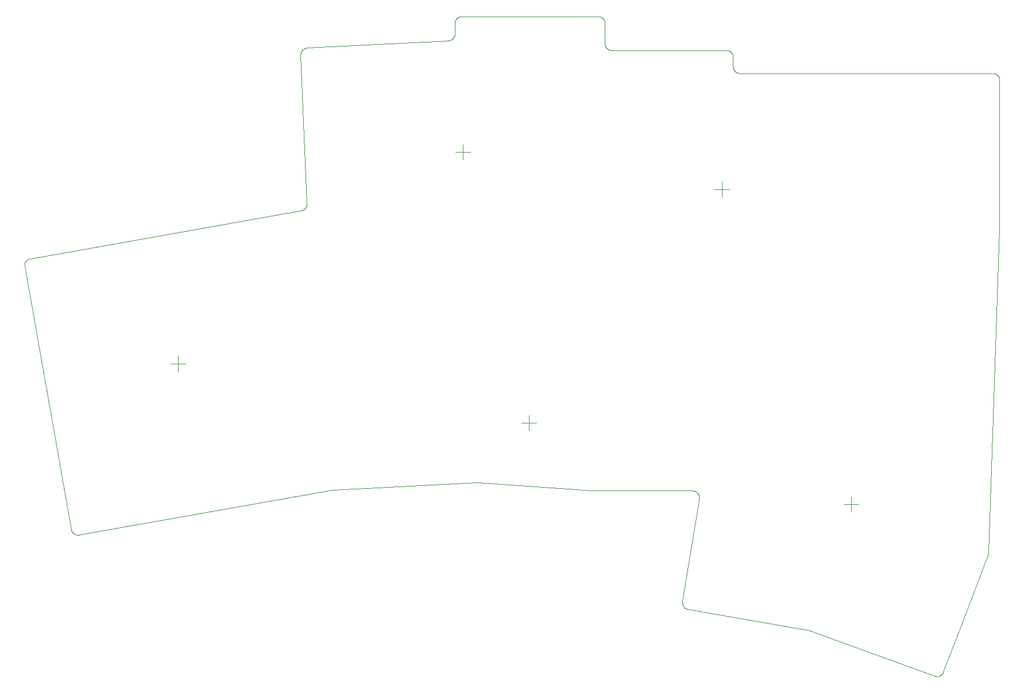
<source format=gm1>
%TF.GenerationSoftware,KiCad,Pcbnew,9.0.7-1.fc43*%
%TF.CreationDate,2026-02-09T10:56:23+11:00*%
%TF.ProjectId,BB36-base,42423336-2d62-4617-9365-2e6b69636164,rev?*%
%TF.SameCoordinates,Original*%
%TF.FileFunction,Profile,NP*%
%FSLAX46Y46*%
G04 Gerber Fmt 4.6, Leading zero omitted, Abs format (unit mm)*
G04 Created by KiCad (PCBNEW 9.0.7-1.fc43) date 2026-02-09 10:56:23*
%MOMM*%
%LPD*%
G01*
G04 APERTURE LIST*
%TA.AperFunction,Profile*%
%ADD10C,0.050000*%
%TD*%
%TA.AperFunction,Profile*%
%ADD11C,0.049999*%
%TD*%
%TA.AperFunction,Profile*%
%ADD12C,0.099999*%
%TD*%
%ADD13C,0.049999*%
G04 APERTURE END LIST*
D10*
X199115783Y-75649203D02*
X197478393Y-123628795D01*
D11*
X62241898Y-120063792D02*
X62242000Y-120063792D01*
X96068892Y-50048297D02*
X96068896Y-50048297D01*
X160815780Y-52749202D02*
X160815764Y-52749202D01*
X189534392Y-141685100D02*
X189534484Y-141684993D01*
X154815795Y-115663188D02*
X154815795Y-115663203D01*
X139150985Y-114349193D02*
X139150992Y-114349193D01*
X100754790Y-114259990D02*
X100754790Y-114260005D01*
D12*
X129765792Y-105449199D02*
X129765792Y-103249187D01*
X77965796Y-96699199D02*
X77965796Y-94499187D01*
X76865798Y-95599193D02*
X79065799Y-95599193D01*
X128665793Y-104349193D02*
X130865790Y-104349193D01*
X157115790Y-69849200D02*
X159315795Y-69849200D01*
X177215789Y-117449199D02*
X177215789Y-115249187D01*
X118915793Y-64349200D02*
X121115790Y-64349200D01*
X158215796Y-70949199D02*
X158215796Y-68749202D01*
X176115783Y-116349193D02*
X178315780Y-116349193D01*
X120015792Y-65449199D02*
X120015792Y-63249202D01*
D11*
X122054792Y-113152400D02*
X100877593Y-114245998D01*
D13*
X62653520Y-120709422D02*
X62660874Y-120714518D01*
X62668272Y-120719547D01*
X62675713Y-120724509D01*
X62683198Y-120729404D01*
X62690726Y-120734231D01*
X62698296Y-120738991D01*
X62705908Y-120743682D01*
X62713561Y-120748305D01*
X62721255Y-120752859D01*
X62728989Y-120757344D01*
X62736762Y-120761760D01*
X62744574Y-120766105D01*
X62752425Y-120770381D01*
X62760314Y-120774586D01*
X62768239Y-120778720D01*
X62776202Y-120782784D01*
X62784200Y-120786775D01*
X62792235Y-120790696D01*
X62800303Y-120794544D01*
X62808407Y-120798320D01*
X62816543Y-120802024D01*
X62824713Y-120805654D01*
X62832915Y-120809212D01*
X62841149Y-120812696D01*
X62849414Y-120816107D01*
X62857710Y-120819443D01*
X62866035Y-120822705D01*
X62874389Y-120825893D01*
X62882772Y-120829006D01*
X62891183Y-120832044D01*
X62899620Y-120835007D01*
X62908084Y-120837895D01*
X62916574Y-120840706D01*
X62925089Y-120843442D01*
X62933629Y-120846102D01*
X62942192Y-120848685D01*
X62950778Y-120851191D01*
X62959386Y-120853621D01*
X62968016Y-120855974D01*
X62976666Y-120858249D01*
X62985337Y-120860447D01*
X62994027Y-120862568D01*
X63002736Y-120864610D01*
X63011464Y-120866575D01*
X63015834Y-120867528D01*
X63020208Y-120868462D01*
X63024586Y-120869376D01*
X63028969Y-120870270D01*
X63033355Y-120871145D01*
X63037746Y-120872000D01*
X63042140Y-120872835D01*
X63046538Y-120873651D01*
X63050939Y-120874447D01*
X63055344Y-120875224D01*
X63059752Y-120875981D01*
X63064164Y-120876718D01*
X63068579Y-120877435D01*
X63072997Y-120878133D01*
X63077418Y-120878811D01*
X63081842Y-120879469D01*
X63086269Y-120880107D01*
X63090699Y-120880725D01*
X63095131Y-120881324D01*
X63099566Y-120881903D01*
X63104004Y-120882462D01*
X63108444Y-120883001D01*
X63112886Y-120883520D01*
X63117331Y-120884019D01*
X63121777Y-120884499D01*
X63126226Y-120884958D01*
X63130677Y-120885398D01*
X63135130Y-120885817D01*
X63139584Y-120886217D01*
X63144041Y-120886597D01*
X63148498Y-120886957D01*
X63152958Y-120887297D01*
X63157418Y-120887617D01*
X63161881Y-120887917D01*
X63166344Y-120888197D01*
X63170808Y-120888457D01*
X63175274Y-120888697D01*
X63179741Y-120888918D01*
X63184208Y-120889118D01*
X63188677Y-120889298D01*
X63193145Y-120889458D01*
X63197615Y-120889598D01*
X63202085Y-120889718D01*
X63206556Y-120889819D01*
X63211027Y-120889899D01*
X63215499Y-120889959D01*
X63219970Y-120889999D01*
X63224442Y-120890019D01*
X63228913Y-120890019D01*
X63233386Y-120889999D01*
X63237857Y-120889960D01*
X63242329Y-120889900D01*
X63246799Y-120889820D01*
X63251270Y-120889720D01*
X63255740Y-120889600D01*
X63260210Y-120889460D01*
X63264678Y-120889300D01*
X63269147Y-120889120D01*
X63273614Y-120888920D01*
X63278081Y-120888700D01*
X63282546Y-120888460D01*
X63287011Y-120888201D01*
X63291473Y-120887921D01*
X63295936Y-120887621D01*
X63300396Y-120887301D01*
X63304856Y-120886961D01*
X63309313Y-120886602D01*
X63313770Y-120886222D01*
X63318224Y-120885822D01*
X63322678Y-120885403D01*
X63327128Y-120884963D01*
X63331578Y-120884504D01*
X63336025Y-120884025D01*
X63340471Y-120883525D01*
X63344913Y-120883006D01*
X63349355Y-120882467D01*
X63353792Y-120881908D01*
X63358230Y-120881329D01*
X63362663Y-120880731D01*
X63367095Y-120880112D01*
X63371523Y-120879474D01*
X63375950Y-120878816D01*
X63380372Y-120878138D01*
X63384793Y-120877440D01*
X63389210Y-120876722D01*
X63393626Y-120875985D01*
X63401099Y-120874690D01*
X62242000Y-120063792D02*
X62243593Y-120072595D01*
X62245265Y-120081383D01*
X62247015Y-120090154D01*
X62248843Y-120098909D01*
X62250749Y-120107646D01*
X62252732Y-120116365D01*
X62254794Y-120125065D01*
X62256933Y-120133746D01*
X62259150Y-120142407D01*
X62261444Y-120151047D01*
X62263815Y-120159667D01*
X62266263Y-120168264D01*
X62268787Y-120176839D01*
X62271389Y-120185391D01*
X62274066Y-120193920D01*
X62276820Y-120202424D01*
X62279650Y-120210904D01*
X62282555Y-120219357D01*
X62285536Y-120227785D01*
X62288593Y-120236186D01*
X62291724Y-120244559D01*
X62294931Y-120252904D01*
X62298211Y-120261220D01*
X62301567Y-120269507D01*
X62304996Y-120277764D01*
X62308499Y-120285990D01*
X62312076Y-120294184D01*
X62315726Y-120302347D01*
X62319449Y-120310477D01*
X62323245Y-120318573D01*
X62327113Y-120326636D01*
X62331053Y-120334664D01*
X62335065Y-120342656D01*
X62339148Y-120350613D01*
X62343303Y-120358533D01*
X62347528Y-120366416D01*
X62351824Y-120374261D01*
X62356189Y-120382067D01*
X62360625Y-120389834D01*
X62365130Y-120397562D01*
X62369704Y-120405249D01*
X62374346Y-120412894D01*
X62379057Y-120420499D01*
X62383836Y-120428060D01*
X62386251Y-120431825D01*
X62388682Y-120435579D01*
X62391130Y-120439322D01*
X62393595Y-120443054D01*
X62396077Y-120446775D01*
X62398575Y-120450485D01*
X62401090Y-120454184D01*
X62403622Y-120457872D01*
X62406169Y-120461548D01*
X62408734Y-120465213D01*
X62411314Y-120468866D01*
X62413911Y-120472507D01*
X62416524Y-120476137D01*
X62419154Y-120479755D01*
X62421799Y-120483362D01*
X62424461Y-120486956D01*
X62427139Y-120490539D01*
X62429832Y-120494110D01*
X62432542Y-120497668D01*
X62435267Y-120501214D01*
X62438009Y-120504748D01*
X62440766Y-120508270D01*
X62443538Y-120511779D01*
X62446327Y-120515276D01*
X62449131Y-120518760D01*
X62451950Y-120522232D01*
X62454785Y-120525691D01*
X62457636Y-120529138D01*
X62460501Y-120532571D01*
X62463383Y-120535992D01*
X62466279Y-120539399D01*
X62469191Y-120542794D01*
X62472117Y-120546176D01*
X62475059Y-120549544D01*
X62478016Y-120552899D01*
X62480988Y-120556242D01*
X62483974Y-120559570D01*
X62486976Y-120562885D01*
X62489992Y-120566187D01*
X62493023Y-120569475D01*
X62496068Y-120572749D01*
X62499129Y-120576010D01*
X62502203Y-120579257D01*
X62505293Y-120582491D01*
X62508396Y-120585710D01*
X62511515Y-120588916D01*
X62514647Y-120592107D01*
X62517794Y-120595285D01*
X62520954Y-120598448D01*
X62524129Y-120601597D01*
X62527318Y-120604732D01*
X62530521Y-120607853D01*
X62533738Y-120610959D01*
X62536969Y-120614051D01*
X62540213Y-120617128D01*
X62543472Y-120620191D01*
X62546743Y-120623239D01*
X62550030Y-120626273D01*
X62553328Y-120629291D01*
X62556641Y-120632296D01*
X62559967Y-120635284D01*
X62563307Y-120638259D01*
X62566660Y-120641218D01*
X62570026Y-120644163D01*
X62573405Y-120647092D01*
X62576798Y-120650007D01*
X62580203Y-120652906D01*
X62583622Y-120655790D01*
X62587053Y-120658658D01*
X62590498Y-120661512D01*
X62593955Y-120664350D01*
X62597425Y-120667173D01*
X62600907Y-120669979D01*
X62604403Y-120672772D01*
X62607911Y-120675547D01*
X62611432Y-120678308D01*
X62614964Y-120681052D01*
X62618510Y-120683782D01*
X62622067Y-120686495D01*
X62625637Y-120689193D01*
X62629219Y-120691874D01*
X62632814Y-120694540D01*
X62636420Y-120697190D01*
X62640039Y-120699824D01*
X62643668Y-120702441D01*
X62647311Y-120705044D01*
X62653520Y-120709422D01*
X197478393Y-123628795D02*
X193877644Y-133065057D01*
X190813186Y-141095897D01*
X62241898Y-120063792D02*
X60623969Y-110895494D01*
X55389499Y-81233401D01*
D11*
X139080596Y-114346690D02*
X122176795Y-113153499D01*
X118815795Y-46900401D02*
X118815795Y-45349200D01*
X153815795Y-114349193D02*
X139150992Y-114349193D01*
D13*
X141208686Y-49056308D02*
X141215040Y-49062606D01*
X141221450Y-49068846D01*
X141227914Y-49075028D01*
X141234433Y-49081151D01*
X141241006Y-49087215D01*
X141247632Y-49093220D01*
X141254311Y-49099164D01*
X141261042Y-49105049D01*
X141267826Y-49110873D01*
X141274661Y-49116635D01*
X141281547Y-49122336D01*
X141288484Y-49127976D01*
X141295470Y-49133552D01*
X141302506Y-49139067D01*
X141309592Y-49144517D01*
X141316725Y-49149905D01*
X141323907Y-49155228D01*
X141331136Y-49160487D01*
X141338412Y-49165681D01*
X141345734Y-49170810D01*
X141353102Y-49175874D01*
X141360515Y-49180871D01*
X141367973Y-49185802D01*
X141375475Y-49190666D01*
X141383020Y-49195464D01*
X141390608Y-49200193D01*
X141398239Y-49204855D01*
X141405911Y-49209448D01*
X141413624Y-49213973D01*
X141421377Y-49218429D01*
X141429171Y-49222816D01*
X141437003Y-49227132D01*
X141444874Y-49231379D01*
X141452783Y-49235555D01*
X141460729Y-49239661D01*
X141468712Y-49243695D01*
X141476731Y-49247658D01*
X141484785Y-49251549D01*
X141492874Y-49255368D01*
X141500997Y-49259115D01*
X141509153Y-49262789D01*
X141517342Y-49266390D01*
X141525563Y-49269918D01*
X141533815Y-49273372D01*
X141537952Y-49275071D01*
X141542098Y-49276752D01*
X141546250Y-49278414D01*
X141550410Y-49280058D01*
X141554578Y-49281683D01*
X141558753Y-49283289D01*
X141562934Y-49284877D01*
X141567123Y-49286446D01*
X141571319Y-49287997D01*
X141575522Y-49289528D01*
X141579731Y-49291041D01*
X141583948Y-49292535D01*
X141588170Y-49294010D01*
X141592400Y-49295466D01*
X141596636Y-49296903D01*
X141600878Y-49298321D01*
X141605126Y-49299720D01*
X141609381Y-49301101D01*
X141613642Y-49302462D01*
X141617909Y-49303804D01*
X141622182Y-49305127D01*
X141626460Y-49306431D01*
X141630745Y-49307715D01*
X141635035Y-49308981D01*
X141639330Y-49310227D01*
X141643632Y-49311454D01*
X141647938Y-49312662D01*
X141652250Y-49313850D01*
X141656567Y-49315020D01*
X141660890Y-49316170D01*
X141665217Y-49317300D01*
X141669550Y-49318411D01*
X141673887Y-49319503D01*
X141678229Y-49320575D01*
X141682576Y-49321628D01*
X141686927Y-49322662D01*
X141691283Y-49323675D01*
X141695644Y-49324670D01*
X141700008Y-49325645D01*
X141704378Y-49326600D01*
X141708751Y-49327536D01*
X141713129Y-49328452D01*
X141717510Y-49329349D01*
X141721895Y-49330226D01*
X141726284Y-49331083D01*
X141730678Y-49331921D01*
X141735074Y-49332739D01*
X141739475Y-49333538D01*
X141743878Y-49334316D01*
X141748286Y-49335075D01*
X141752696Y-49335814D01*
X141757111Y-49336534D01*
X141761527Y-49337234D01*
X141765948Y-49337914D01*
X141770370Y-49338574D01*
X141774797Y-49339214D01*
X141779226Y-49339835D01*
X141783658Y-49340436D01*
X141788092Y-49341017D01*
X141792529Y-49341578D01*
X141796968Y-49342119D01*
X141801411Y-49342640D01*
X141805854Y-49343142D01*
X141810302Y-49343624D01*
X141814750Y-49344085D01*
X141819201Y-49344527D01*
X141823653Y-49344949D01*
X141828109Y-49345351D01*
X141832565Y-49345733D01*
X141837024Y-49346095D01*
X141841484Y-49346437D01*
X141845946Y-49346760D01*
X141850409Y-49347062D01*
X141854874Y-49347344D01*
X141859340Y-49347607D01*
X141863808Y-49347849D01*
X141868276Y-49348072D01*
X141872746Y-49348274D01*
X141877216Y-49348456D01*
X141881689Y-49348619D01*
X141886161Y-49348761D01*
X141890636Y-49348884D01*
X141895109Y-49348986D01*
X141899585Y-49349069D01*
X141904060Y-49349131D01*
X141908537Y-49349174D01*
X141915793Y-49349200D01*
X140915793Y-48349200D02*
X140915833Y-48358147D01*
X140915953Y-48367091D01*
X140916153Y-48376033D01*
X140916432Y-48384973D01*
X140916792Y-48393908D01*
X140917231Y-48402840D01*
X140917750Y-48411766D01*
X140918349Y-48420687D01*
X140919028Y-48429602D01*
X140919786Y-48438510D01*
X140920624Y-48447410D01*
X140921542Y-48456303D01*
X140922539Y-48465186D01*
X140923615Y-48474061D01*
X140924771Y-48482925D01*
X140926005Y-48491779D01*
X140927320Y-48500622D01*
X140928713Y-48509452D01*
X140930185Y-48518270D01*
X140931736Y-48527074D01*
X140933365Y-48535865D01*
X140935073Y-48544640D01*
X140936860Y-48553401D01*
X140938725Y-48562145D01*
X140940668Y-48570872D01*
X140942689Y-48579582D01*
X140944789Y-48588274D01*
X140946965Y-48596947D01*
X140949220Y-48605601D01*
X140951552Y-48614234D01*
X140953961Y-48622847D01*
X140956447Y-48631438D01*
X140959009Y-48640006D01*
X140961649Y-48648552D01*
X140964365Y-48657074D01*
X140967157Y-48665571D01*
X140970024Y-48674044D01*
X140972968Y-48682490D01*
X140975987Y-48690911D01*
X140979082Y-48699304D01*
X140982251Y-48707669D01*
X140985495Y-48716006D01*
X140988814Y-48724313D01*
X140992207Y-48732591D01*
X140993931Y-48736718D01*
X140995673Y-48740838D01*
X140997434Y-48744949D01*
X140999214Y-48749053D01*
X141001011Y-48753149D01*
X141002827Y-48757237D01*
X141004661Y-48761317D01*
X141006514Y-48765388D01*
X141008385Y-48769451D01*
X141010274Y-48773506D01*
X141012180Y-48777552D01*
X141014105Y-48781590D01*
X141016048Y-48785619D01*
X141018010Y-48789639D01*
X141019988Y-48793651D01*
X141021985Y-48797653D01*
X141024000Y-48801647D01*
X141026033Y-48805631D01*
X141028083Y-48809607D01*
X141030151Y-48813573D01*
X141032237Y-48817530D01*
X141034341Y-48821477D01*
X141036462Y-48825415D01*
X141038600Y-48829344D01*
X141040757Y-48833262D01*
X141042930Y-48837171D01*
X141045121Y-48841070D01*
X141047330Y-48844960D01*
X141049556Y-48848839D01*
X141051799Y-48852709D01*
X141054060Y-48856568D01*
X141056338Y-48860418D01*
X141058632Y-48864256D01*
X141060945Y-48868085D01*
X141063274Y-48871903D01*
X141065620Y-48875711D01*
X141067983Y-48879508D01*
X141070363Y-48883294D01*
X141072760Y-48887070D01*
X141075174Y-48890835D01*
X141077605Y-48894589D01*
X141080052Y-48898332D01*
X141082516Y-48902064D01*
X141084997Y-48905786D01*
X141087494Y-48909495D01*
X141090009Y-48913194D01*
X141092539Y-48916881D01*
X141095086Y-48920558D01*
X141097649Y-48924222D01*
X141100229Y-48927876D01*
X141102825Y-48931517D01*
X141105437Y-48935147D01*
X141108066Y-48938765D01*
X141110711Y-48942371D01*
X141113371Y-48945965D01*
X141116048Y-48949548D01*
X141118741Y-48953119D01*
X141121450Y-48956678D01*
X141124175Y-48960223D01*
X141126916Y-48963758D01*
X141129672Y-48967279D01*
X141132444Y-48970790D01*
X141135232Y-48974286D01*
X141138036Y-48977772D01*
X141140855Y-48981243D01*
X141143690Y-48984703D01*
X141146540Y-48988150D01*
X141149406Y-48991585D01*
X141152287Y-48995006D01*
X141155184Y-48998415D01*
X141158095Y-49001810D01*
X141161022Y-49005193D01*
X141163964Y-49008563D01*
X141166922Y-49011920D01*
X141169894Y-49015263D01*
X141172882Y-49018594D01*
X141175884Y-49021910D01*
X141178902Y-49025215D01*
X141181934Y-49028504D01*
X141184982Y-49031782D01*
X141188043Y-49035045D01*
X141191120Y-49038295D01*
X141194211Y-49041531D01*
X141197318Y-49044754D01*
X141200438Y-49047963D01*
X141203574Y-49051158D01*
X141208686Y-49056308D01*
D11*
X100754790Y-114259990D02*
X63401099Y-120874690D01*
D13*
X97014991Y-48996600D02*
X107475876Y-48446049D01*
X117868392Y-47899097D01*
D11*
X141915793Y-49349200D02*
X158815795Y-49349200D01*
D13*
X140622901Y-44642093D02*
X140616547Y-44635795D01*
X140610137Y-44629555D01*
X140603673Y-44623373D01*
X140597154Y-44617250D01*
X140590581Y-44611186D01*
X140583955Y-44605181D01*
X140577276Y-44599237D01*
X140570545Y-44593352D01*
X140563761Y-44587528D01*
X140556926Y-44581766D01*
X140550040Y-44576064D01*
X140543103Y-44570425D01*
X140536117Y-44564848D01*
X140529080Y-44559334D01*
X140521995Y-44553883D01*
X140514862Y-44548496D01*
X140507680Y-44543173D01*
X140500451Y-44537914D01*
X140493175Y-44532720D01*
X140485853Y-44527591D01*
X140478485Y-44522527D01*
X140471071Y-44517530D01*
X140463614Y-44512599D01*
X140456112Y-44507734D01*
X140448566Y-44502937D01*
X140440978Y-44498208D01*
X140433348Y-44493546D01*
X140425676Y-44488952D01*
X140417963Y-44484427D01*
X140410209Y-44479972D01*
X140402416Y-44475585D01*
X140394583Y-44471268D01*
X140386712Y-44467022D01*
X140378803Y-44462845D01*
X140370857Y-44458740D01*
X140362874Y-44454705D01*
X140354855Y-44450742D01*
X140346801Y-44446851D01*
X140338712Y-44443032D01*
X140330590Y-44439285D01*
X140322433Y-44435611D01*
X140314245Y-44432010D01*
X140306024Y-44428483D01*
X140297771Y-44425029D01*
X140293634Y-44423329D01*
X140289489Y-44421648D01*
X140285336Y-44419986D01*
X140281176Y-44418342D01*
X140277008Y-44416717D01*
X140272834Y-44415111D01*
X140268652Y-44413523D01*
X140264463Y-44411954D01*
X140260267Y-44410404D01*
X140256065Y-44408872D01*
X140251855Y-44407360D01*
X140247639Y-44405866D01*
X140243416Y-44404391D01*
X140239186Y-44402935D01*
X140234951Y-44401497D01*
X140230708Y-44400079D01*
X140226460Y-44398680D01*
X140222205Y-44397300D01*
X140217944Y-44395939D01*
X140213677Y-44394597D01*
X140209405Y-44393274D01*
X140205126Y-44391970D01*
X140200842Y-44390685D01*
X140196551Y-44389419D01*
X140192256Y-44388173D01*
X140187954Y-44386946D01*
X140183648Y-44385738D01*
X140179336Y-44384550D01*
X140175019Y-44383381D01*
X140170696Y-44382231D01*
X140166369Y-44381100D01*
X140162036Y-44379989D01*
X140157699Y-44378897D01*
X140153357Y-44377825D01*
X140149011Y-44376772D01*
X140144659Y-44375739D01*
X140140303Y-44374725D01*
X140135942Y-44373730D01*
X140131578Y-44372755D01*
X140127208Y-44371800D01*
X140122835Y-44370864D01*
X140118458Y-44369948D01*
X140114077Y-44369051D01*
X140109691Y-44368174D01*
X140105302Y-44367317D01*
X140100908Y-44366479D01*
X140096512Y-44365661D01*
X140092111Y-44364863D01*
X140087708Y-44364084D01*
X140083300Y-44363325D01*
X140078890Y-44362586D01*
X140074476Y-44361866D01*
X140070059Y-44361166D01*
X140065638Y-44360486D01*
X140061216Y-44359826D01*
X140056789Y-44359186D01*
X140052361Y-44358565D01*
X140047928Y-44357964D01*
X140043494Y-44357383D01*
X140039057Y-44356822D01*
X140034618Y-44356281D01*
X140030175Y-44355760D01*
X140025732Y-44355258D01*
X140021285Y-44354777D01*
X140016836Y-44354315D01*
X140012385Y-44353873D01*
X140007933Y-44353451D01*
X140003477Y-44353049D01*
X139999021Y-44352667D01*
X139994562Y-44352305D01*
X139990103Y-44351963D01*
X139985640Y-44351640D01*
X139981178Y-44351338D01*
X139976712Y-44351056D01*
X139972247Y-44350793D01*
X139967779Y-44350551D01*
X139963311Y-44350328D01*
X139958840Y-44350126D01*
X139954370Y-44349944D01*
X139949897Y-44349781D01*
X139945425Y-44349639D01*
X139940951Y-44349516D01*
X139936477Y-44349414D01*
X139932002Y-44349331D01*
X139927527Y-44349269D01*
X139923050Y-44349226D01*
X139915793Y-44349200D01*
X140915793Y-45349200D02*
X140915753Y-45340253D01*
X140915633Y-45331309D01*
X140915433Y-45322366D01*
X140915154Y-45313427D01*
X140914794Y-45304492D01*
X140914355Y-45295560D01*
X140913836Y-45286634D01*
X140913237Y-45277713D01*
X140912558Y-45268798D01*
X140911800Y-45259890D01*
X140910962Y-45250989D01*
X140910044Y-45242097D01*
X140909047Y-45233213D01*
X140907971Y-45224339D01*
X140906815Y-45215474D01*
X140905581Y-45206620D01*
X140904266Y-45197778D01*
X140902873Y-45188948D01*
X140901401Y-45180130D01*
X140899850Y-45171325D01*
X140898221Y-45162535D01*
X140896513Y-45153759D01*
X140894726Y-45144999D01*
X140892861Y-45136255D01*
X140890918Y-45127527D01*
X140888897Y-45118817D01*
X140886798Y-45110125D01*
X140884621Y-45101452D01*
X140882366Y-45092799D01*
X140880034Y-45084165D01*
X140877626Y-45075553D01*
X140875140Y-45066962D01*
X140872577Y-45058393D01*
X140869937Y-45049848D01*
X140867222Y-45041326D01*
X140864430Y-45032828D01*
X140861562Y-45024356D01*
X140858618Y-45015909D01*
X140855599Y-45007489D01*
X140852504Y-44999096D01*
X140849335Y-44990731D01*
X140846091Y-44982394D01*
X140842772Y-44974087D01*
X140839380Y-44965809D01*
X140837656Y-44961682D01*
X140835913Y-44957562D01*
X140834152Y-44953450D01*
X140832373Y-44949346D01*
X140830575Y-44945251D01*
X140828759Y-44941163D01*
X140826925Y-44937083D01*
X140825072Y-44933012D01*
X140823202Y-44928948D01*
X140821313Y-44924894D01*
X140819406Y-44920848D01*
X140817481Y-44916810D01*
X140815538Y-44912781D01*
X140813577Y-44908760D01*
X140811598Y-44904749D01*
X140809601Y-44900747D01*
X140807586Y-44896753D01*
X140805554Y-44892768D01*
X140803503Y-44888793D01*
X140801435Y-44884827D01*
X140799349Y-44880870D01*
X140797246Y-44876923D01*
X140795125Y-44872985D01*
X140792986Y-44869056D01*
X140790830Y-44865138D01*
X140788656Y-44861229D01*
X140786465Y-44857330D01*
X140784256Y-44853440D01*
X140782030Y-44849561D01*
X140779787Y-44845691D01*
X140777527Y-44841832D01*
X140775249Y-44837983D01*
X140772954Y-44834144D01*
X140770642Y-44830315D01*
X140768313Y-44826497D01*
X140765966Y-44822689D01*
X140763603Y-44818893D01*
X140761223Y-44815106D01*
X140758826Y-44811330D01*
X140756412Y-44807565D01*
X140753982Y-44803811D01*
X140751534Y-44800068D01*
X140749070Y-44796336D01*
X140746589Y-44792615D01*
X140744092Y-44788905D01*
X140741578Y-44785206D01*
X140739048Y-44781519D01*
X140736500Y-44777842D01*
X140733937Y-44774178D01*
X140731357Y-44770525D01*
X140728762Y-44766884D01*
X140726149Y-44763253D01*
X140723521Y-44759636D01*
X140720876Y-44756029D01*
X140718215Y-44752435D01*
X140715538Y-44748852D01*
X140712846Y-44745282D01*
X140710136Y-44741723D01*
X140707412Y-44738177D01*
X140704671Y-44734642D01*
X140701915Y-44731121D01*
X140699142Y-44727611D01*
X140696355Y-44724114D01*
X140693551Y-44720629D01*
X140690732Y-44717157D01*
X140687897Y-44713697D01*
X140685047Y-44710251D01*
X140682181Y-44706816D01*
X140679300Y-44703395D01*
X140676403Y-44699986D01*
X140673492Y-44696590D01*
X140670564Y-44693207D01*
X140667622Y-44689838D01*
X140664664Y-44686481D01*
X140661692Y-44683138D01*
X140658704Y-44679807D01*
X140655702Y-44676490D01*
X140652684Y-44673186D01*
X140649653Y-44669896D01*
X140646605Y-44666619D01*
X140643543Y-44663356D01*
X140640466Y-44660105D01*
X140637375Y-44656869D01*
X140634269Y-44653646D01*
X140631149Y-44650438D01*
X140628013Y-44647242D01*
X140622901Y-44642093D01*
X152361091Y-130691386D02*
X152359588Y-130700292D01*
X152358166Y-130709202D01*
X152356824Y-130718116D01*
X152355562Y-130727034D01*
X152354380Y-130735955D01*
X152353279Y-130744879D01*
X152352258Y-130753805D01*
X152351316Y-130762734D01*
X152350455Y-130771664D01*
X152349675Y-130780596D01*
X152348974Y-130789529D01*
X152348353Y-130798462D01*
X152347812Y-130807396D01*
X152347352Y-130816329D01*
X152346971Y-130825262D01*
X152346671Y-130834194D01*
X152346450Y-130843124D01*
X152346310Y-130852052D01*
X152346249Y-130860978D01*
X152346268Y-130869901D01*
X152346368Y-130878820D01*
X152346547Y-130887736D01*
X152346805Y-130896648D01*
X152347144Y-130905554D01*
X152347563Y-130914456D01*
X152348061Y-130923352D01*
X152348639Y-130932242D01*
X152349296Y-130941125D01*
X152350033Y-130950001D01*
X152350850Y-130958869D01*
X152351746Y-130967728D01*
X152352721Y-130976579D01*
X152353776Y-130985421D01*
X152354911Y-130994253D01*
X152356124Y-131003074D01*
X152357417Y-131011884D01*
X152358788Y-131020683D01*
X152360239Y-131029469D01*
X152361769Y-131038243D01*
X152363377Y-131047004D01*
X152365064Y-131055750D01*
X152366830Y-131064483D01*
X152368674Y-131073200D01*
X152370597Y-131081901D01*
X152372597Y-131090586D01*
X152374676Y-131099254D01*
X152376833Y-131107904D01*
X152379068Y-131116537D01*
X152381381Y-131125150D01*
X152383771Y-131133744D01*
X152386238Y-131142318D01*
X152388783Y-131150871D01*
X152391404Y-131159403D01*
X152394103Y-131167912D01*
X152396878Y-131176399D01*
X152399730Y-131184862D01*
X152402657Y-131193302D01*
X152405661Y-131201716D01*
X152408741Y-131210105D01*
X152411896Y-131218468D01*
X152415127Y-131226805D01*
X152418433Y-131235113D01*
X152421813Y-131243394D01*
X152425268Y-131251646D01*
X152428798Y-131259868D01*
X152432401Y-131268059D01*
X152436079Y-131276220D01*
X152439829Y-131284350D01*
X152443653Y-131292447D01*
X152447550Y-131300510D01*
X152451519Y-131308540D01*
X152455560Y-131316536D01*
X152459674Y-131324497D01*
X152463858Y-131332421D01*
X152468114Y-131340309D01*
X152472441Y-131348160D01*
X152476838Y-131355973D01*
X152481305Y-131363748D01*
X152485842Y-131371483D01*
X152490448Y-131379178D01*
X152495122Y-131386832D01*
X152499866Y-131394445D01*
X152504677Y-131402016D01*
X152509556Y-131409544D01*
X152514502Y-131417028D01*
X152519515Y-131424469D01*
X152524594Y-131431865D01*
X152529739Y-131439215D01*
X152532336Y-131442873D01*
X152534950Y-131446519D01*
X152537579Y-131450154D01*
X152540225Y-131453777D01*
X152542887Y-131457388D01*
X152545565Y-131460987D01*
X152548259Y-131464574D01*
X152550968Y-131468149D01*
X152553694Y-131471712D01*
X152556436Y-131475262D01*
X152559193Y-131478801D01*
X152561966Y-131482326D01*
X152564754Y-131485840D01*
X152567559Y-131489341D01*
X152570378Y-131492828D01*
X152573213Y-131496304D01*
X152576064Y-131499766D01*
X152578929Y-131503216D01*
X152581810Y-131506653D01*
X152584707Y-131510077D01*
X152587618Y-131513487D01*
X152590544Y-131516885D01*
X152593485Y-131520269D01*
X152596442Y-131523640D01*
X152599413Y-131526997D01*
X152602399Y-131530341D01*
X152605399Y-131533671D01*
X152608415Y-131536988D01*
X152611444Y-131540291D01*
X152614489Y-131543581D01*
X152617548Y-131546856D01*
X152620621Y-131550118D01*
X152623708Y-131553365D01*
X152626810Y-131556599D01*
X152629926Y-131559818D01*
X152633056Y-131563024D01*
X152636200Y-131566214D01*
X152639359Y-131569392D01*
X152642530Y-131572553D01*
X152645717Y-131575702D01*
X152648916Y-131578835D01*
X152652130Y-131581954D01*
X152655356Y-131585057D01*
X152658597Y-131588147D01*
X152661851Y-131591221D01*
X152665119Y-131594282D01*
X152668399Y-131597326D01*
X152671693Y-131600356D01*
X152675000Y-131603371D01*
X152678321Y-131606371D01*
X152681654Y-131609355D01*
X152685001Y-131612325D01*
X152688360Y-131615278D01*
X152691733Y-131618218D01*
X152695118Y-131621141D01*
X152698516Y-131624049D01*
X152701926Y-131626941D01*
X152705350Y-131629818D01*
X152708785Y-131632679D01*
X152712233Y-131635525D01*
X152715693Y-131638354D01*
X152719166Y-131641169D01*
X152722651Y-131643966D01*
X152726149Y-131646749D01*
X152729657Y-131649515D01*
X152733179Y-131652266D01*
X152736711Y-131654999D01*
X152740257Y-131657718D01*
X152743813Y-131660419D01*
X152747383Y-131663106D01*
X152750962Y-131665775D01*
X152754555Y-131668428D01*
X152758157Y-131671064D01*
X152761773Y-131673685D01*
X152765398Y-131676289D01*
X152769037Y-131678877D01*
X152772685Y-131681447D01*
X152776346Y-131684002D01*
X152780016Y-131686539D01*
X152783699Y-131689060D01*
X152787391Y-131691564D01*
X152791096Y-131694051D01*
X152794810Y-131696521D01*
X152798536Y-131698976D01*
X152802272Y-131701412D01*
X152806020Y-131703832D01*
X152809777Y-131706234D01*
X152813545Y-131708620D01*
X152817323Y-131710988D01*
X152821113Y-131713340D01*
X152824911Y-131715674D01*
X152828721Y-131717992D01*
X152832540Y-131720291D01*
X152836370Y-131722574D01*
X152840209Y-131724839D01*
X152844060Y-131727087D01*
X152847918Y-131729317D01*
X152851788Y-131731531D01*
X152855667Y-131733726D01*
X152859556Y-131735904D01*
X152863454Y-131738064D01*
X152867363Y-131740208D01*
X152871279Y-131742332D01*
X152875207Y-131744441D01*
X152879143Y-131746530D01*
X152883089Y-131748603D01*
X152887043Y-131750657D01*
X152891008Y-131752694D01*
X152894981Y-131754712D01*
X152898964Y-131756714D01*
X152902954Y-131758696D01*
X152906955Y-131760662D01*
X152910963Y-131762609D01*
X152914982Y-131764539D01*
X152919008Y-131766449D01*
X152923045Y-131768343D01*
X152927088Y-131770218D01*
X152931141Y-131772075D01*
X152935201Y-131773914D01*
X152939272Y-131775735D01*
X152943349Y-131777537D01*
X152947436Y-131779322D01*
X152951530Y-131781088D01*
X152955634Y-131782836D01*
X152959744Y-131784566D01*
X152963864Y-131786277D01*
X152967990Y-131787970D01*
X152972126Y-131789645D01*
X152976268Y-131791301D01*
X152980420Y-131792939D01*
X152984578Y-131794558D01*
X152988745Y-131796160D01*
X152992919Y-131797742D01*
X152997102Y-131799306D01*
X153001290Y-131800851D01*
X153005488Y-131802378D01*
X153009692Y-131803886D01*
X153013905Y-131805376D01*
X153018123Y-131806847D01*
X153022351Y-131808300D01*
X153026584Y-131809733D01*
X153030826Y-131811149D01*
X153035074Y-131812545D01*
X153039331Y-131813923D01*
X153043592Y-131815281D01*
X153047863Y-131816622D01*
X153052139Y-131817943D01*
X153056423Y-131819245D01*
X153060713Y-131820529D01*
X153065011Y-131821794D01*
X153069314Y-131823039D01*
X153073626Y-131824267D01*
X153077943Y-131825474D01*
X153082268Y-131826664D01*
X153086598Y-131827834D01*
X153090936Y-131828985D01*
X153095279Y-131830117D01*
X153099631Y-131831231D01*
X153103986Y-131832325D01*
X153108350Y-131833400D01*
X153112719Y-131834456D01*
X153117096Y-131835493D01*
X153121476Y-131836511D01*
X153125866Y-131837510D01*
X153130259Y-131838489D01*
X153134660Y-131839450D01*
X153139065Y-131840391D01*
X153143479Y-131841313D01*
X153147896Y-131842216D01*
X153152322Y-131843100D01*
X153156751Y-131843964D01*
X153161188Y-131844809D01*
X153165629Y-131845635D01*
X153170078Y-131846442D01*
X153173194Y-131846995D01*
X96144496Y-73003398D02*
X96153358Y-73001790D01*
X96162198Y-73000104D01*
X96171017Y-72998342D01*
X96179813Y-72996502D01*
X96188587Y-72994585D01*
X96197338Y-72992592D01*
X96206065Y-72990522D01*
X96214769Y-72988376D01*
X96223448Y-72986153D01*
X96232103Y-72983854D01*
X96240733Y-72981479D01*
X96249337Y-72979028D01*
X96257916Y-72976502D01*
X96266468Y-72973900D01*
X96274994Y-72971222D01*
X96283492Y-72968470D01*
X96291963Y-72965642D01*
X96300406Y-72962739D01*
X96308821Y-72959762D01*
X96317206Y-72956710D01*
X96325562Y-72953584D01*
X96333889Y-72950384D01*
X96342184Y-72947109D01*
X96350449Y-72943761D01*
X96358683Y-72940340D01*
X96366885Y-72936845D01*
X96375055Y-72933277D01*
X96383191Y-72929636D01*
X96391295Y-72925923D01*
X96399365Y-72922137D01*
X96407400Y-72918279D01*
X96415400Y-72914349D01*
X96423365Y-72910347D01*
X96431294Y-72906274D01*
X96439187Y-72902130D01*
X96447043Y-72897915D01*
X96454861Y-72893629D01*
X96462641Y-72889273D01*
X96470382Y-72884847D01*
X96478084Y-72880352D01*
X96485747Y-72875787D01*
X96493369Y-72871153D01*
X96500950Y-72866450D01*
X96508490Y-72861679D01*
X96515988Y-72856840D01*
X96523444Y-72851934D01*
X96530856Y-72846959D01*
X96538225Y-72841918D01*
X96545549Y-72836811D01*
X96552829Y-72831637D01*
X96560063Y-72826397D01*
X96567251Y-72821092D01*
X96574392Y-72815722D01*
X96581487Y-72810287D01*
X96588534Y-72804789D01*
X96595532Y-72799226D01*
X96602482Y-72793600D01*
X96609382Y-72787911D01*
X96616232Y-72782160D01*
X96623031Y-72776347D01*
X96629780Y-72770473D01*
X96636476Y-72764537D01*
X96643120Y-72758541D01*
X96649712Y-72752485D01*
X96656250Y-72746370D01*
X96662734Y-72740195D01*
X96669163Y-72733963D01*
X96675537Y-72727672D01*
X96681855Y-72721324D01*
X96688118Y-72714919D01*
X96694323Y-72708457D01*
X96700471Y-72701940D01*
X96706561Y-72695368D01*
X96712593Y-72688741D01*
X96718566Y-72682060D01*
X96724479Y-72675325D01*
X96730332Y-72668538D01*
X96736125Y-72661699D01*
X96741857Y-72654807D01*
X96747527Y-72647865D01*
X96753135Y-72640872D01*
X96755915Y-72637357D01*
X96758680Y-72633829D01*
X96761429Y-72630289D01*
X96764162Y-72626737D01*
X96766880Y-72623173D01*
X96769581Y-72619597D01*
X96772267Y-72616009D01*
X96774936Y-72612408D01*
X96777589Y-72608796D01*
X96780227Y-72605172D01*
X96782847Y-72601537D01*
X96785452Y-72597890D01*
X96788040Y-72594231D01*
X96790612Y-72590561D01*
X96793167Y-72586880D01*
X96795706Y-72583187D01*
X96798228Y-72579483D01*
X96800734Y-72575768D01*
X96803223Y-72572042D01*
X96805695Y-72568305D01*
X96808150Y-72564557D01*
X96810589Y-72560798D01*
X96813010Y-72557029D01*
X96815415Y-72553249D01*
X96817803Y-72549459D01*
X96820173Y-72545658D01*
X96822527Y-72541846D01*
X96824863Y-72538025D01*
X96827182Y-72534193D01*
X96829484Y-72530351D01*
X96831769Y-72526499D01*
X96834036Y-72522637D01*
X96836286Y-72518765D01*
X96838518Y-72514883D01*
X96840733Y-72510992D01*
X96842931Y-72507091D01*
X96845110Y-72503181D01*
X96847272Y-72499260D01*
X96849417Y-72495331D01*
X96851544Y-72491392D01*
X96853652Y-72487445D01*
X96855744Y-72483487D01*
X96857817Y-72479522D01*
X96859872Y-72475546D01*
X96861910Y-72471563D01*
X96863929Y-72467569D01*
X96865931Y-72463569D01*
X96867914Y-72459558D01*
X96869879Y-72455540D01*
X96871827Y-72451512D01*
X96873756Y-72447478D01*
X96875667Y-72443433D01*
X96877559Y-72439382D01*
X96879433Y-72435321D01*
X96881289Y-72431254D01*
X96883127Y-72427177D01*
X96884946Y-72423094D01*
X96886747Y-72419001D01*
X96888529Y-72414903D01*
X96890293Y-72410795D01*
X96892038Y-72406681D01*
X96893765Y-72402558D01*
X96895472Y-72398429D01*
X96897162Y-72394292D01*
X96898833Y-72390149D01*
X96900485Y-72385997D01*
X96902118Y-72381839D01*
X96903733Y-72377673D01*
X96905328Y-72373502D01*
X96906905Y-72369322D01*
X96908463Y-72365137D01*
X96910003Y-72360944D01*
X96911523Y-72356746D01*
X96913024Y-72352540D01*
X96914507Y-72348329D01*
X96915970Y-72344110D01*
X96917414Y-72339886D01*
X96918840Y-72335655D01*
X96920246Y-72331419D01*
X96921634Y-72327175D01*
X96923002Y-72322927D01*
X96924351Y-72318672D01*
X96925680Y-72314412D01*
X96926991Y-72310145D01*
X96928282Y-72305874D01*
X96929555Y-72301596D01*
X96930808Y-72297314D01*
X96932042Y-72293025D01*
X96933256Y-72288733D01*
X96934451Y-72284433D01*
X96935626Y-72280130D01*
X96936783Y-72275820D01*
X96937920Y-72271507D01*
X96939038Y-72267186D01*
X96940136Y-72262863D01*
X96941215Y-72258534D01*
X96942274Y-72254201D01*
X96943314Y-72249862D01*
X96944334Y-72245520D01*
X96945335Y-72241171D01*
X96946316Y-72236821D01*
X96947278Y-72232463D01*
X96948220Y-72228104D01*
X96949143Y-72223738D01*
X96950046Y-72219370D01*
X96950930Y-72214996D01*
X96951794Y-72210620D01*
X96952638Y-72206238D01*
X96953463Y-72201854D01*
X96954268Y-72197464D01*
X96955053Y-72193073D01*
X96955819Y-72188675D01*
X96956565Y-72184277D01*
X96957291Y-72179872D01*
X96957998Y-72175466D01*
X96958685Y-72171055D01*
X96959352Y-72166642D01*
X96959999Y-72162224D01*
X96960627Y-72157805D01*
X96961235Y-72153381D01*
X96961822Y-72148955D01*
X96962391Y-72144525D01*
X96962939Y-72140093D01*
X96963468Y-72135657D01*
X96963976Y-72131220D01*
X96964466Y-72126778D01*
X96964935Y-72122335D01*
X96965384Y-72117887D01*
X96965813Y-72113440D01*
X96966223Y-72108987D01*
X96966612Y-72104534D01*
X96966982Y-72100076D01*
X96967332Y-72095619D01*
X96967662Y-72091156D01*
X96967972Y-72086694D01*
X96968262Y-72082227D01*
X96968532Y-72077761D01*
X96968783Y-72073290D01*
X96969013Y-72068819D01*
X96969224Y-72064344D01*
X96969414Y-72059870D01*
X96969584Y-72055391D01*
X96969735Y-72050913D01*
X96969865Y-72046431D01*
X96969976Y-72041950D01*
X96970066Y-72037464D01*
X96970137Y-72032979D01*
X96970188Y-72028491D01*
X96970218Y-72024003D01*
X96970229Y-72019512D01*
X96970219Y-72015021D01*
X96970190Y-72010527D01*
X96970140Y-72006034D01*
X96970070Y-72001538D01*
X96969981Y-71997042D01*
X96969871Y-71992543D01*
X96969741Y-71988046D01*
X96969592Y-71983545D01*
X96969422Y-71979045D01*
X96969232Y-71974543D01*
X96968795Y-71965602D01*
D11*
X160815780Y-52749202D02*
X198115783Y-52749202D01*
X154801093Y-115833888D02*
X154815795Y-115663203D01*
D13*
X117868392Y-47899097D02*
X117877399Y-47898582D01*
X117886392Y-47897987D01*
X117895373Y-47897314D01*
X117904339Y-47896561D01*
X117913292Y-47895729D01*
X117922231Y-47894819D01*
X117931155Y-47893829D01*
X117940063Y-47892761D01*
X117948957Y-47891614D01*
X117957834Y-47890389D01*
X117966695Y-47889085D01*
X117975540Y-47887703D01*
X117984367Y-47886243D01*
X117993177Y-47884705D01*
X118001969Y-47883089D01*
X118010743Y-47881395D01*
X118019498Y-47879623D01*
X118028233Y-47877774D01*
X118036949Y-47875847D01*
X118045645Y-47873842D01*
X118054320Y-47871761D01*
X118062974Y-47869602D01*
X118071607Y-47867366D01*
X118080217Y-47865054D01*
X118088805Y-47862665D01*
X118097370Y-47860199D01*
X118105912Y-47857657D01*
X118114429Y-47855039D01*
X118122922Y-47852344D01*
X118131390Y-47849574D01*
X118139833Y-47846728D01*
X118148249Y-47843806D01*
X118156639Y-47840809D01*
X118165002Y-47837737D01*
X118173337Y-47834590D01*
X118181644Y-47831368D01*
X118189922Y-47828071D01*
X118198171Y-47824700D01*
X118206390Y-47821255D01*
X118214578Y-47817736D01*
X118222736Y-47814144D01*
X118230862Y-47810478D01*
X118238956Y-47806739D01*
X118247017Y-47802927D01*
X118255044Y-47799042D01*
X118263038Y-47795085D01*
X118270997Y-47791055D01*
X118278922Y-47786954D01*
X118286810Y-47782781D01*
X118294662Y-47778537D01*
X118302478Y-47774223D01*
X118310256Y-47769837D01*
X118317995Y-47765381D01*
X118325696Y-47760856D01*
X118333358Y-47756260D01*
X118340979Y-47751596D01*
X118348560Y-47746862D01*
X118356100Y-47742060D01*
X118363598Y-47737190D01*
X118371054Y-47732252D01*
X118378467Y-47727247D01*
X118385835Y-47722174D01*
X118393160Y-47717036D01*
X118400440Y-47711830D01*
X118407674Y-47706560D01*
X118414862Y-47701223D01*
X118422003Y-47695822D01*
X118429097Y-47690357D01*
X118436143Y-47684827D01*
X118443140Y-47679235D01*
X118450088Y-47673579D01*
X118456986Y-47667860D01*
X118463834Y-47662079D01*
X118470630Y-47656237D01*
X118477375Y-47650334D01*
X118484068Y-47644370D01*
X118490708Y-47638347D01*
X118497294Y-47632263D01*
X118503827Y-47626121D01*
X118510304Y-47619920D01*
X118516727Y-47613662D01*
X118523094Y-47607346D01*
X118529404Y-47600973D01*
X118535658Y-47594544D01*
X118541854Y-47588059D01*
X118544930Y-47584796D01*
X118547992Y-47581519D01*
X118551039Y-47578229D01*
X118554072Y-47574925D01*
X118557089Y-47571608D01*
X118560092Y-47568277D01*
X118563080Y-47564933D01*
X118566053Y-47561575D01*
X118569011Y-47558205D01*
X118571954Y-47554821D01*
X118574881Y-47551425D01*
X118577793Y-47548015D01*
X118580690Y-47544592D01*
X118583572Y-47541157D01*
X118586438Y-47537709D01*
X118589289Y-47534248D01*
X118592124Y-47530775D01*
X118594944Y-47527289D01*
X118597748Y-47523791D01*
X118600536Y-47520280D01*
X118603308Y-47516758D01*
X118606065Y-47513222D01*
X118608805Y-47509675D01*
X118611530Y-47506116D01*
X118614238Y-47502545D01*
X118616931Y-47498962D01*
X118619607Y-47495367D01*
X118622267Y-47491761D01*
X118624911Y-47488143D01*
X118627538Y-47484513D01*
X118630149Y-47480872D01*
X118632744Y-47477219D01*
X118635322Y-47473555D01*
X118637884Y-47469880D01*
X118640428Y-47466194D01*
X118642957Y-47462496D01*
X118645468Y-47458788D01*
X118647963Y-47455069D01*
X118650441Y-47451339D01*
X118652902Y-47447597D01*
X118655346Y-47443846D01*
X118657774Y-47440084D01*
X118660184Y-47436311D01*
X118662577Y-47432528D01*
X118664953Y-47428735D01*
X118667312Y-47424930D01*
X118669653Y-47421117D01*
X118671978Y-47417292D01*
X118674284Y-47413459D01*
X118676574Y-47409614D01*
X118678846Y-47405760D01*
X118681101Y-47401896D01*
X118683338Y-47398023D01*
X118685559Y-47394139D01*
X118687760Y-47390247D01*
X118689945Y-47386344D01*
X118692112Y-47382433D01*
X118694261Y-47378512D01*
X118696392Y-47374582D01*
X118698506Y-47370642D01*
X118700602Y-47366695D01*
X118702680Y-47362736D01*
X118704740Y-47358771D01*
X118706782Y-47354795D01*
X118708806Y-47350812D01*
X118710812Y-47346818D01*
X118712800Y-47342818D01*
X118714770Y-47338807D01*
X118716721Y-47334790D01*
X118718655Y-47330763D01*
X118720570Y-47326728D01*
X118722467Y-47322685D01*
X118724345Y-47318634D01*
X118726206Y-47314574D01*
X118728048Y-47310508D01*
X118729872Y-47306432D01*
X118731677Y-47302349D01*
X118733464Y-47298258D01*
X118735232Y-47294160D01*
X118736982Y-47290053D01*
X118738713Y-47285941D01*
X118740426Y-47281819D01*
X118742119Y-47277691D01*
X118743795Y-47273555D01*
X118745451Y-47269413D01*
X118747090Y-47265262D01*
X118748708Y-47261105D01*
X118750309Y-47256940D01*
X118751891Y-47252770D01*
X118753454Y-47248591D01*
X118754998Y-47244408D01*
X118756523Y-47240215D01*
X118758029Y-47236018D01*
X118759517Y-47231813D01*
X118760985Y-47227603D01*
X118762435Y-47223384D01*
X118763865Y-47219161D01*
X118765277Y-47214930D01*
X118766669Y-47210695D01*
X118768043Y-47206452D01*
X118769397Y-47202204D01*
X118770732Y-47197949D01*
X118772048Y-47193689D01*
X118773345Y-47189422D01*
X118774623Y-47185151D01*
X118775881Y-47180872D01*
X118777121Y-47176590D01*
X118778341Y-47172300D01*
X118779542Y-47168007D01*
X118780724Y-47163706D01*
X118781886Y-47159402D01*
X118783029Y-47155090D01*
X118784152Y-47150775D01*
X118785257Y-47146453D01*
X118786342Y-47142128D01*
X118787408Y-47137796D01*
X118788454Y-47133461D01*
X118789481Y-47129119D01*
X118790488Y-47124774D01*
X118791476Y-47120422D01*
X118792444Y-47116068D01*
X118793394Y-47111707D01*
X118794323Y-47107343D01*
X118795233Y-47102973D01*
X118796124Y-47098600D01*
X118796995Y-47094221D01*
X118797846Y-47089840D01*
X118798678Y-47085452D01*
X118799490Y-47081062D01*
X118800283Y-47076666D01*
X118801056Y-47072267D01*
X118801810Y-47067863D01*
X118802544Y-47063457D01*
X118803258Y-47059044D01*
X118803952Y-47054630D01*
X118804627Y-47050210D01*
X118805282Y-47045789D01*
X118805918Y-47041361D01*
X118806534Y-47036932D01*
X118807130Y-47032497D01*
X118807706Y-47028061D01*
X118808263Y-47023619D01*
X118808800Y-47019176D01*
X118809317Y-47014728D01*
X118809814Y-47010278D01*
X118810292Y-47005823D01*
X118810750Y-47001367D01*
X118811188Y-46996905D01*
X118811606Y-46992443D01*
X118812004Y-46987975D01*
X118812383Y-46983506D01*
X118812741Y-46979032D01*
X118813080Y-46974558D01*
X118813399Y-46970078D01*
X118813698Y-46965599D01*
X118813977Y-46961113D01*
X118814237Y-46956628D01*
X118814476Y-46952137D01*
X118814695Y-46947647D01*
X118814895Y-46943151D01*
X118815075Y-46938655D01*
X118815234Y-46934155D01*
X118815374Y-46929654D01*
X118815494Y-46925148D01*
X118815593Y-46920643D01*
X118815673Y-46916133D01*
X118815733Y-46911623D01*
X118815773Y-46907109D01*
X118815795Y-46900401D01*
X119108687Y-44642093D02*
X119102389Y-44648447D01*
X119096149Y-44654857D01*
X119089967Y-44661321D01*
X119083844Y-44667840D01*
X119077780Y-44674413D01*
X119071775Y-44681039D01*
X119065831Y-44687718D01*
X119059946Y-44694449D01*
X119054122Y-44701233D01*
X119048360Y-44708068D01*
X119042659Y-44714954D01*
X119037019Y-44721891D01*
X119031443Y-44728877D01*
X119025928Y-44735913D01*
X119020478Y-44742999D01*
X119015090Y-44750132D01*
X119009767Y-44757314D01*
X119004508Y-44764543D01*
X118999314Y-44771819D01*
X118994185Y-44779141D01*
X118989121Y-44786509D01*
X118984124Y-44793922D01*
X118979193Y-44801380D01*
X118974329Y-44808882D01*
X118969531Y-44816427D01*
X118964802Y-44824015D01*
X118960140Y-44831646D01*
X118955547Y-44839318D01*
X118951022Y-44847031D01*
X118946566Y-44854784D01*
X118942179Y-44862578D01*
X118937863Y-44870410D01*
X118933616Y-44878281D01*
X118929440Y-44886190D01*
X118925334Y-44894136D01*
X118921300Y-44902119D01*
X118917337Y-44910138D01*
X118913446Y-44918192D01*
X118909627Y-44926281D01*
X118905880Y-44934404D01*
X118902206Y-44942560D01*
X118898605Y-44950749D01*
X118895077Y-44958970D01*
X118891623Y-44967222D01*
X118889924Y-44971359D01*
X118888243Y-44975505D01*
X118886581Y-44979657D01*
X118884937Y-44983817D01*
X118883312Y-44987985D01*
X118881706Y-44992160D01*
X118880118Y-44996341D01*
X118878549Y-45000530D01*
X118876998Y-45004726D01*
X118875467Y-45008929D01*
X118873954Y-45013138D01*
X118872460Y-45017355D01*
X118870985Y-45021577D01*
X118869529Y-45025807D01*
X118868092Y-45030043D01*
X118866674Y-45034285D01*
X118865275Y-45038533D01*
X118863894Y-45042788D01*
X118862533Y-45047049D01*
X118861191Y-45051316D01*
X118859868Y-45055589D01*
X118858564Y-45059867D01*
X118857280Y-45064152D01*
X118856014Y-45068442D01*
X118854768Y-45072737D01*
X118853541Y-45077039D01*
X118852333Y-45081345D01*
X118851145Y-45085657D01*
X118849975Y-45089974D01*
X118848825Y-45094297D01*
X118847695Y-45098624D01*
X118846584Y-45102957D01*
X118845492Y-45107294D01*
X118844420Y-45111636D01*
X118843367Y-45115983D01*
X118842333Y-45120334D01*
X118841320Y-45124690D01*
X118840325Y-45129051D01*
X118839350Y-45133415D01*
X118838395Y-45137785D01*
X118837459Y-45142158D01*
X118836543Y-45146536D01*
X118835646Y-45150917D01*
X118834769Y-45155302D01*
X118833912Y-45159691D01*
X118833074Y-45164085D01*
X118832256Y-45168481D01*
X118831457Y-45172882D01*
X118830679Y-45177285D01*
X118829920Y-45181693D01*
X118829181Y-45186103D01*
X118828461Y-45190518D01*
X118827761Y-45194934D01*
X118827081Y-45199355D01*
X118826421Y-45203777D01*
X118825781Y-45208204D01*
X118825160Y-45212633D01*
X118824559Y-45217065D01*
X118823978Y-45221499D01*
X118823417Y-45225936D01*
X118822876Y-45230375D01*
X118822355Y-45234818D01*
X118821853Y-45239261D01*
X118821371Y-45243709D01*
X118820910Y-45248157D01*
X118820468Y-45252608D01*
X118820046Y-45257060D01*
X118819644Y-45261516D01*
X118819262Y-45265972D01*
X118818900Y-45270431D01*
X118818558Y-45274891D01*
X118818235Y-45279353D01*
X118817933Y-45283816D01*
X118817651Y-45288281D01*
X118817388Y-45292747D01*
X118817146Y-45297215D01*
X118816923Y-45301683D01*
X118816721Y-45306153D01*
X118816539Y-45310623D01*
X118816376Y-45315096D01*
X118816234Y-45319568D01*
X118816111Y-45324043D01*
X118816009Y-45328516D01*
X118815926Y-45332992D01*
X118815864Y-45337467D01*
X118815821Y-45341944D01*
X118815795Y-45349200D01*
X119815795Y-44349200D02*
X119806848Y-44349240D01*
X119797904Y-44349360D01*
X119788962Y-44349560D01*
X119780022Y-44349839D01*
X119771087Y-44350199D01*
X119762155Y-44350638D01*
X119753229Y-44351157D01*
X119744308Y-44351756D01*
X119735393Y-44352435D01*
X119726485Y-44353193D01*
X119717585Y-44354031D01*
X119708692Y-44354949D01*
X119699809Y-44355946D01*
X119690934Y-44357022D01*
X119682070Y-44358178D01*
X119673216Y-44359412D01*
X119664373Y-44360727D01*
X119655543Y-44362120D01*
X119646725Y-44363592D01*
X119637921Y-44365143D01*
X119629130Y-44366772D01*
X119620355Y-44368480D01*
X119611594Y-44370267D01*
X119602850Y-44372132D01*
X119594123Y-44374075D01*
X119585413Y-44376096D01*
X119576721Y-44378196D01*
X119568048Y-44380372D01*
X119559394Y-44382627D01*
X119550761Y-44384959D01*
X119542148Y-44387368D01*
X119533557Y-44389854D01*
X119524989Y-44392416D01*
X119516443Y-44395056D01*
X119507921Y-44397772D01*
X119499424Y-44400564D01*
X119490951Y-44403431D01*
X119482505Y-44406375D01*
X119474084Y-44409394D01*
X119465691Y-44412489D01*
X119457326Y-44415658D01*
X119448989Y-44418902D01*
X119440682Y-44422221D01*
X119432404Y-44425614D01*
X119428277Y-44427338D01*
X119424157Y-44429080D01*
X119420046Y-44430841D01*
X119415942Y-44432621D01*
X119411846Y-44434418D01*
X119407758Y-44436234D01*
X119403678Y-44438068D01*
X119399607Y-44439921D01*
X119395544Y-44441792D01*
X119391489Y-44443681D01*
X119387443Y-44445587D01*
X119383405Y-44447512D01*
X119379376Y-44449455D01*
X119375356Y-44451417D01*
X119371344Y-44453395D01*
X119367342Y-44455392D01*
X119363348Y-44457407D01*
X119359364Y-44459440D01*
X119355388Y-44461490D01*
X119351422Y-44463558D01*
X119347465Y-44465644D01*
X119343518Y-44467748D01*
X119339580Y-44469869D01*
X119335651Y-44472007D01*
X119331733Y-44474164D01*
X119327824Y-44476337D01*
X119323925Y-44478528D01*
X119320035Y-44480737D01*
X119316156Y-44482963D01*
X119312286Y-44485206D01*
X119308427Y-44487467D01*
X119304577Y-44489745D01*
X119300739Y-44492039D01*
X119296910Y-44494352D01*
X119293092Y-44496681D01*
X119289284Y-44499027D01*
X119285487Y-44501390D01*
X119281701Y-44503770D01*
X119277925Y-44506167D01*
X119274160Y-44508581D01*
X119270406Y-44511012D01*
X119266663Y-44513459D01*
X119262931Y-44515923D01*
X119259209Y-44518404D01*
X119255500Y-44520901D01*
X119251801Y-44523416D01*
X119248114Y-44525946D01*
X119244437Y-44528493D01*
X119240773Y-44531056D01*
X119237119Y-44533636D01*
X119233478Y-44536232D01*
X119229848Y-44538844D01*
X119226230Y-44541473D01*
X119222624Y-44544118D01*
X119219030Y-44546778D01*
X119215447Y-44549455D01*
X119211876Y-44552148D01*
X119208317Y-44554857D01*
X119204772Y-44557582D01*
X119201237Y-44560323D01*
X119197716Y-44563079D01*
X119194205Y-44565851D01*
X119190709Y-44568639D01*
X119187223Y-44571443D01*
X119183752Y-44574262D01*
X119180292Y-44577097D01*
X119176845Y-44579947D01*
X119173410Y-44582813D01*
X119169989Y-44585694D01*
X119166580Y-44588591D01*
X119163185Y-44591502D01*
X119159802Y-44594429D01*
X119156432Y-44597371D01*
X119153075Y-44600329D01*
X119149732Y-44603301D01*
X119146401Y-44606289D01*
X119143085Y-44609291D01*
X119139780Y-44612309D01*
X119136491Y-44615341D01*
X119133213Y-44618389D01*
X119129950Y-44621450D01*
X119126700Y-44624527D01*
X119123464Y-44627618D01*
X119120241Y-44630725D01*
X119117032Y-44633845D01*
X119113837Y-44636981D01*
X119108687Y-44642093D01*
X56200000Y-80075000D02*
X56191113Y-80076614D01*
X56182249Y-80078304D01*
X56173409Y-80080072D01*
X56164593Y-80081916D01*
X56155801Y-80083836D01*
X56147033Y-80085833D01*
X56138290Y-80087907D01*
X56129573Y-80090056D01*
X56120881Y-80092282D01*
X56112215Y-80094583D01*
X56103575Y-80096960D01*
X56094962Y-80099412D01*
X56086377Y-80101940D01*
X56077818Y-80104543D01*
X56069288Y-80107221D01*
X56060785Y-80109974D01*
X56052311Y-80112801D01*
X56043867Y-80115703D01*
X56035451Y-80118680D01*
X56027066Y-80121731D01*
X56018711Y-80124855D01*
X56010387Y-80128054D01*
X56002093Y-80131326D01*
X55993832Y-80134671D01*
X55985602Y-80138090D01*
X55977405Y-80141582D01*
X55969241Y-80145147D01*
X55961110Y-80148784D01*
X55953013Y-80152494D01*
X55944950Y-80156275D01*
X55936922Y-80160129D01*
X55928930Y-80164055D01*
X55920973Y-80168052D01*
X55913053Y-80172120D01*
X55905169Y-80176259D01*
X55897322Y-80180469D01*
X55889514Y-80184749D01*
X55881743Y-80189099D01*
X55874011Y-80193520D01*
X55866319Y-80198009D01*
X55858667Y-80202569D01*
X55851054Y-80207197D01*
X55843483Y-80211894D01*
X55835953Y-80216659D01*
X55828465Y-80221492D01*
X55821020Y-80226393D01*
X55813618Y-80231361D01*
X55806259Y-80236397D01*
X55798944Y-80241499D01*
X55791674Y-80246667D01*
X55784449Y-80251902D01*
X55777270Y-80257201D01*
X55770137Y-80262566D01*
X55763052Y-80267996D01*
X55756013Y-80273490D01*
X55749023Y-80279048D01*
X55742081Y-80284670D01*
X55735188Y-80290355D01*
X55728345Y-80296102D01*
X55721553Y-80301912D01*
X55714811Y-80307783D01*
X55708120Y-80313716D01*
X55701481Y-80319709D01*
X55694895Y-80325763D01*
X55688362Y-80331877D01*
X55681883Y-80338050D01*
X55675457Y-80344281D01*
X55669087Y-80350572D01*
X55662771Y-80356920D01*
X55656512Y-80363325D01*
X55650309Y-80369787D01*
X55644162Y-80376305D01*
X55638074Y-80382879D01*
X55632043Y-80389507D01*
X55626071Y-80396191D01*
X55620158Y-80402928D01*
X55614304Y-80409719D01*
X55608511Y-80416562D01*
X55602778Y-80423457D01*
X55597106Y-80430405D01*
X55591496Y-80437403D01*
X55585949Y-80444451D01*
X55580464Y-80451549D01*
X55575042Y-80458696D01*
X55569684Y-80465891D01*
X55564389Y-80473135D01*
X55559160Y-80480425D01*
X55553996Y-80487762D01*
X55551438Y-80491448D01*
X55548897Y-80495145D01*
X55546372Y-80498853D01*
X55543864Y-80502573D01*
X55541373Y-80506303D01*
X55538898Y-80510045D01*
X55536440Y-80513798D01*
X55533999Y-80517561D01*
X55531574Y-80521335D01*
X55529167Y-80525121D01*
X55526776Y-80528916D01*
X55524402Y-80532723D01*
X55522046Y-80536539D01*
X55519707Y-80540366D01*
X55517384Y-80544203D01*
X55515079Y-80548051D01*
X55512792Y-80551908D01*
X55510521Y-80555776D01*
X55508268Y-80559654D01*
X55506032Y-80563541D01*
X55503814Y-80567438D01*
X55501613Y-80571345D01*
X55499430Y-80575262D01*
X55497265Y-80579188D01*
X55495117Y-80583123D01*
X55492986Y-80587068D01*
X55490874Y-80591022D01*
X55488779Y-80594985D01*
X55486703Y-80598957D01*
X55484643Y-80602938D01*
X55482603Y-80606928D01*
X55480579Y-80610927D01*
X55478575Y-80614934D01*
X55476587Y-80618951D01*
X55474619Y-80622975D01*
X55472668Y-80627009D01*
X55470735Y-80631050D01*
X55468821Y-80635100D01*
X55466925Y-80639158D01*
X55465047Y-80643224D01*
X55463188Y-80647298D01*
X55461346Y-80651381D01*
X55459524Y-80655470D01*
X55457719Y-80659568D01*
X55455934Y-80663673D01*
X55454166Y-80667787D01*
X55452418Y-80671907D01*
X55450688Y-80676035D01*
X55448976Y-80680169D01*
X55447283Y-80684312D01*
X55445610Y-80688461D01*
X55443954Y-80692619D01*
X55442318Y-80696782D01*
X55440700Y-80700953D01*
X55439101Y-80705129D01*
X55437521Y-80709314D01*
X55435960Y-80713504D01*
X55434417Y-80717702D01*
X55432894Y-80721904D01*
X55431389Y-80726115D01*
X55429904Y-80730331D01*
X55428438Y-80734554D01*
X55426991Y-80738782D01*
X55425562Y-80743017D01*
X55424153Y-80747257D01*
X55422763Y-80751504D01*
X55421393Y-80755755D01*
X55420041Y-80760014D01*
X55418709Y-80764277D01*
X55417395Y-80768546D01*
X55416102Y-80772820D01*
X55414827Y-80777101D01*
X55413572Y-80781385D01*
X55412336Y-80785676D01*
X55411120Y-80789971D01*
X55409922Y-80794272D01*
X55408745Y-80798576D01*
X55407586Y-80802888D01*
X55406447Y-80807202D01*
X55405328Y-80811522D01*
X55404228Y-80815846D01*
X55403147Y-80820176D01*
X55402086Y-80824508D01*
X55401045Y-80828847D01*
X55400023Y-80833188D01*
X55399021Y-80837535D01*
X55398038Y-80841885D01*
X55397075Y-80846240D01*
X55396131Y-80850598D01*
X55395207Y-80854961D01*
X55394303Y-80859327D01*
X55393418Y-80863698D01*
X55392554Y-80868071D01*
X55391708Y-80872449D01*
X55390883Y-80876829D01*
X55390077Y-80881214D01*
X55389291Y-80885601D01*
X55388525Y-80889993D01*
X55387778Y-80894387D01*
X55387051Y-80898785D01*
X55386345Y-80903185D01*
X55385657Y-80907589D01*
X55384990Y-80911995D01*
X55384342Y-80916405D01*
X55383715Y-80920817D01*
X55383107Y-80925233D01*
X55382519Y-80929649D01*
X55381950Y-80934071D01*
X55381402Y-80938492D01*
X55380873Y-80942919D01*
X55380365Y-80947345D01*
X55379876Y-80951776D01*
X55379407Y-80956207D01*
X55378958Y-80960643D01*
X55378529Y-80965078D01*
X55378120Y-80969518D01*
X55377731Y-80973957D01*
X55377361Y-80978400D01*
X55377012Y-80982844D01*
X55376683Y-80987291D01*
X55376373Y-80991737D01*
X55376084Y-80996188D01*
X55375814Y-81000638D01*
X55375565Y-81005091D01*
X55375335Y-81009544D01*
X55375125Y-81014001D01*
X55374936Y-81018456D01*
X55374766Y-81022915D01*
X55374617Y-81027373D01*
X55374487Y-81031835D01*
X55374377Y-81036295D01*
X55374288Y-81040758D01*
X55374218Y-81045221D01*
X55374168Y-81049686D01*
X55374139Y-81054150D01*
X55374129Y-81058617D01*
X55374140Y-81063083D01*
X55374170Y-81067551D01*
X55374220Y-81072018D01*
X55374291Y-81076488D01*
X55374382Y-81080955D01*
X55374492Y-81085426D01*
X55374623Y-81089895D01*
X55374773Y-81094366D01*
X55374944Y-81098835D01*
X55375135Y-81103307D01*
X55375346Y-81107777D01*
X55375577Y-81112249D01*
X55375827Y-81116719D01*
X55376098Y-81121191D01*
X55376389Y-81125661D01*
X55376701Y-81130133D01*
X55377032Y-81134602D01*
X55377383Y-81139074D01*
X55377754Y-81143543D01*
X55378146Y-81148014D01*
X55378557Y-81152483D01*
X55378989Y-81156953D01*
X55379440Y-81161421D01*
X55379912Y-81165890D01*
X55380403Y-81170357D01*
X55380915Y-81174825D01*
X55381447Y-81179290D01*
X55381999Y-81183757D01*
X55382571Y-81188221D01*
X55383163Y-81192687D01*
X55383775Y-81197149D01*
X55384408Y-81201613D01*
X55385060Y-81206073D01*
X55385733Y-81210535D01*
X55386425Y-81214994D01*
X55387138Y-81219453D01*
X55387871Y-81223910D01*
X55388624Y-81228367D01*
X55389499Y-81233401D01*
X154522902Y-114642085D02*
X154516547Y-114635787D01*
X154510137Y-114629547D01*
X154503673Y-114623365D01*
X154497154Y-114617242D01*
X154490581Y-114611178D01*
X154483954Y-114605173D01*
X154477275Y-114599228D01*
X154470543Y-114593343D01*
X154463759Y-114587520D01*
X154456924Y-114581757D01*
X154450037Y-114576056D01*
X154443100Y-114570416D01*
X154436113Y-114564839D01*
X154429077Y-114559325D01*
X154421991Y-114553874D01*
X154414857Y-114548487D01*
X154407675Y-114543163D01*
X154400446Y-114537904D01*
X154393169Y-114532710D01*
X154385847Y-114527581D01*
X154378478Y-114522518D01*
X154371065Y-114517520D01*
X154363607Y-114512589D01*
X154356104Y-114507725D01*
X154348559Y-114502927D01*
X154340970Y-114498198D01*
X154333340Y-114493536D01*
X154325667Y-114488942D01*
X154317954Y-114484417D01*
X154310200Y-114479961D01*
X154302407Y-114475575D01*
X154294574Y-114471258D01*
X154286702Y-114467011D01*
X154278793Y-114462835D01*
X154270847Y-114458730D01*
X154262864Y-114454695D01*
X154254844Y-114450732D01*
X154246790Y-114446841D01*
X154238701Y-114443022D01*
X154230578Y-114439275D01*
X154222421Y-114435601D01*
X154214232Y-114432000D01*
X154206011Y-114428472D01*
X154197759Y-114425018D01*
X154193621Y-114423319D01*
X154189476Y-114421638D01*
X154185323Y-114419976D01*
X154181163Y-114418332D01*
X154176995Y-114416707D01*
X154172821Y-114415101D01*
X154168639Y-114413513D01*
X154164450Y-114411944D01*
X154160254Y-114410394D01*
X154156051Y-114408862D01*
X154151842Y-114407349D01*
X154147625Y-114405855D01*
X154143402Y-114404381D01*
X154139173Y-114402924D01*
X154134937Y-114401487D01*
X154130694Y-114400069D01*
X154126446Y-114398670D01*
X154122191Y-114397290D01*
X154117930Y-114395929D01*
X154113663Y-114394586D01*
X154109391Y-114393264D01*
X154105112Y-114391960D01*
X154100827Y-114390675D01*
X154096537Y-114389410D01*
X154092242Y-114388163D01*
X154087940Y-114386936D01*
X154083634Y-114385729D01*
X154079321Y-114384540D01*
X154075005Y-114383371D01*
X154070682Y-114382221D01*
X154066355Y-114381091D01*
X154062022Y-114379979D01*
X154057685Y-114378888D01*
X154053343Y-114377815D01*
X154048996Y-114376763D01*
X154044644Y-114375729D01*
X154040289Y-114374715D01*
X154035928Y-114373721D01*
X154031564Y-114372746D01*
X154027194Y-114371790D01*
X154022821Y-114370855D01*
X154018443Y-114369939D01*
X154014062Y-114369042D01*
X154009676Y-114368165D01*
X154005288Y-114367308D01*
X154000894Y-114366470D01*
X153996498Y-114365652D01*
X153992097Y-114364853D01*
X153987694Y-114364075D01*
X153983286Y-114363316D01*
X153978876Y-114362577D01*
X153974462Y-114361857D01*
X153970045Y-114361158D01*
X153965624Y-114360478D01*
X153961202Y-114359818D01*
X153956775Y-114359177D01*
X153952347Y-114358557D01*
X153947915Y-114357956D01*
X153943481Y-114357375D01*
X153939043Y-114356814D01*
X153934605Y-114356273D01*
X153930162Y-114355751D01*
X153925719Y-114355250D01*
X153921271Y-114354768D01*
X153916823Y-114354307D01*
X153912372Y-114353865D01*
X153907920Y-114353443D01*
X153903465Y-114353041D01*
X153899009Y-114352659D01*
X153894550Y-114352297D01*
X153890090Y-114351955D01*
X153885628Y-114351632D01*
X153881165Y-114351330D01*
X153876700Y-114351048D01*
X153872235Y-114350786D01*
X153867767Y-114350543D01*
X153863299Y-114350321D01*
X153858828Y-114350118D01*
X153854358Y-114349936D01*
X153849886Y-114349774D01*
X153845414Y-114349631D01*
X153840940Y-114349509D01*
X153836466Y-114349406D01*
X153831991Y-114349324D01*
X153827516Y-114349262D01*
X153823039Y-114349219D01*
X153815795Y-114349193D01*
X154815795Y-115349193D02*
X154815755Y-115340246D01*
X154815635Y-115331302D01*
X154815435Y-115322359D01*
X154815156Y-115313420D01*
X154814796Y-115304485D01*
X154814357Y-115295553D01*
X154813838Y-115286627D01*
X154813239Y-115277706D01*
X154812560Y-115268791D01*
X154811802Y-115259883D01*
X154810964Y-115250982D01*
X154810046Y-115242089D01*
X154809049Y-115233206D01*
X154807973Y-115224331D01*
X154806817Y-115215466D01*
X154805582Y-115206613D01*
X154804268Y-115197770D01*
X154802875Y-115188940D01*
X154801403Y-115180122D01*
X154799852Y-115171317D01*
X154798223Y-115162527D01*
X154796515Y-115153751D01*
X154794728Y-115144990D01*
X154792863Y-115136246D01*
X154790920Y-115127519D01*
X154788899Y-115118808D01*
X154786799Y-115110116D01*
X154784623Y-115101443D01*
X154782368Y-115092790D01*
X154780036Y-115084156D01*
X154777627Y-115075544D01*
X154775141Y-115066953D01*
X154772579Y-115058384D01*
X154769939Y-115049838D01*
X154767223Y-115041316D01*
X154764431Y-115032819D01*
X154761564Y-115024346D01*
X154758620Y-115015900D01*
X154755601Y-115007479D01*
X154752506Y-114999086D01*
X154749337Y-114990721D01*
X154746093Y-114982384D01*
X154742774Y-114974077D01*
X154739382Y-114965799D01*
X154737658Y-114961672D01*
X154735915Y-114957552D01*
X154734154Y-114953440D01*
X154732375Y-114949337D01*
X154730577Y-114945241D01*
X154728761Y-114941153D01*
X154726927Y-114937073D01*
X154725074Y-114933002D01*
X154723204Y-114928939D01*
X154721315Y-114924884D01*
X154719408Y-114920838D01*
X154717483Y-114916800D01*
X154715540Y-114912771D01*
X154713579Y-114908751D01*
X154711600Y-114904740D01*
X154709603Y-114900737D01*
X154707589Y-114896744D01*
X154705556Y-114892759D01*
X154703506Y-114888784D01*
X154701437Y-114884817D01*
X154699352Y-114880861D01*
X154697248Y-114876913D01*
X154695127Y-114872976D01*
X154692988Y-114869047D01*
X154690832Y-114865129D01*
X154688659Y-114861219D01*
X154686468Y-114857320D01*
X154684259Y-114853431D01*
X154682033Y-114849552D01*
X154679790Y-114845682D01*
X154677529Y-114841823D01*
X154675252Y-114837974D01*
X154672957Y-114834135D01*
X154670645Y-114830306D01*
X154668316Y-114826489D01*
X154665970Y-114822681D01*
X154663607Y-114818884D01*
X154661226Y-114815097D01*
X154658830Y-114811322D01*
X154656416Y-114807557D01*
X154653985Y-114803803D01*
X154651538Y-114800060D01*
X154649074Y-114796328D01*
X154646593Y-114792607D01*
X154644096Y-114788897D01*
X154641582Y-114785198D01*
X154639052Y-114781512D01*
X154636504Y-114777835D01*
X154633941Y-114774171D01*
X154631362Y-114770518D01*
X154628766Y-114766877D01*
X154626153Y-114763247D01*
X154623525Y-114759629D01*
X154620880Y-114756023D01*
X154618220Y-114752429D01*
X154615543Y-114748846D01*
X154612850Y-114745276D01*
X154610141Y-114741717D01*
X154607417Y-114738171D01*
X154604676Y-114734637D01*
X154601920Y-114731116D01*
X154599148Y-114727606D01*
X154596360Y-114724109D01*
X154593556Y-114720624D01*
X154590738Y-114717153D01*
X154587902Y-114713693D01*
X154585053Y-114710246D01*
X154582187Y-114706812D01*
X154579306Y-114703391D01*
X154576409Y-114699982D01*
X154573498Y-114696587D01*
X154570571Y-114693204D01*
X154567629Y-114689835D01*
X154564671Y-114686478D01*
X154561699Y-114683135D01*
X154558712Y-114679804D01*
X154555710Y-114676488D01*
X154552692Y-114673184D01*
X154549660Y-114669894D01*
X154546613Y-114666617D01*
X154543551Y-114663354D01*
X154540474Y-114660104D01*
X154537384Y-114656868D01*
X154534277Y-114653645D01*
X154531157Y-114650437D01*
X154528022Y-114647242D01*
X154522902Y-114642085D01*
D11*
X56200000Y-80075000D02*
X96144496Y-73003398D01*
X96968795Y-71965602D02*
X96068896Y-50048297D01*
X119815795Y-44349200D02*
X139915793Y-44349200D01*
D13*
X189534392Y-141685100D02*
X180649874Y-138450129D01*
X171323287Y-135054195D01*
D11*
X154815795Y-115663188D02*
X154815795Y-115349193D01*
X171323287Y-135054195D02*
X171154281Y-135008998D01*
X159815795Y-50349200D02*
X159815795Y-51749202D01*
D13*
X189534484Y-141684993D02*
X189542983Y-141688045D01*
X189551500Y-141691019D01*
X189560036Y-141693915D01*
X189568590Y-141696733D01*
X189577161Y-141699472D01*
X189585749Y-141702133D01*
X189594354Y-141704715D01*
X189602975Y-141707219D01*
X189611612Y-141709644D01*
X189620265Y-141711991D01*
X189628933Y-141714259D01*
X189637616Y-141716448D01*
X189646313Y-141718559D01*
X189655024Y-141720591D01*
X189663749Y-141722544D01*
X189672487Y-141724418D01*
X189681238Y-141726213D01*
X189690001Y-141727929D01*
X189698775Y-141729565D01*
X189707562Y-141731123D01*
X189716359Y-141732602D01*
X189725166Y-141734001D01*
X189733983Y-141735321D01*
X189742810Y-141736561D01*
X189751646Y-141737722D01*
X189760491Y-141738804D01*
X189769343Y-141739806D01*
X189778203Y-141740729D01*
X189787070Y-141741571D01*
X189795943Y-141742335D01*
X189804822Y-141743018D01*
X189813707Y-141743622D01*
X189822597Y-141744146D01*
X189831490Y-141744590D01*
X189840388Y-141744955D01*
X189849289Y-141745239D01*
X189858192Y-141745444D01*
X189867097Y-141745569D01*
X189876004Y-141745614D01*
X189884912Y-141745579D01*
X189893820Y-141745464D01*
X189902727Y-141745269D01*
X189911633Y-141744994D01*
X189920538Y-141744639D01*
X189929441Y-141744205D01*
X189938341Y-141743690D01*
X189947237Y-141743096D01*
X189956129Y-141742421D01*
X189965016Y-141741667D01*
X189973898Y-141740834D01*
X189982773Y-141739920D01*
X189991642Y-141738927D01*
X190000503Y-141737854D01*
X190009357Y-141736702D01*
X190018201Y-141735470D01*
X190027036Y-141734159D01*
X190035860Y-141732768D01*
X190044673Y-141731299D01*
X190053475Y-141729750D01*
X190062265Y-141728122D01*
X190071041Y-141726415D01*
X190079804Y-141724630D01*
X190088552Y-141722766D01*
X190097284Y-141720823D01*
X190106001Y-141718802D01*
X190114701Y-141716703D01*
X190123384Y-141714526D01*
X190132048Y-141712270D01*
X190140693Y-141709938D01*
X190149319Y-141707527D01*
X190157924Y-141705040D01*
X190166508Y-141702475D01*
X190175070Y-141699833D01*
X190183610Y-141697115D01*
X190192126Y-141694320D01*
X190200618Y-141691449D01*
X190209085Y-141688502D01*
X190217526Y-141685479D01*
X190225941Y-141682381D01*
X190234328Y-141679207D01*
X190242688Y-141675958D01*
X190251019Y-141672635D01*
X190259321Y-141669238D01*
X190267592Y-141665766D01*
X190275833Y-141662221D01*
X190284042Y-141658602D01*
X190292218Y-141654910D01*
X190300361Y-141651145D01*
X190304420Y-141649235D01*
X190308471Y-141647307D01*
X190312513Y-141645362D01*
X190316546Y-141643398D01*
X190320570Y-141641416D01*
X190324586Y-141639416D01*
X190328592Y-141637399D01*
X190332589Y-141635364D01*
X190336577Y-141633311D01*
X190340556Y-141631240D01*
X190344526Y-141629151D01*
X190348486Y-141627045D01*
X190352436Y-141624922D01*
X190356377Y-141622780D01*
X190360308Y-141620622D01*
X190364230Y-141618446D01*
X190368141Y-141616252D01*
X190372042Y-141614041D01*
X190375934Y-141611813D01*
X190379815Y-141609568D01*
X190383686Y-141607305D01*
X190387547Y-141605025D01*
X190391397Y-141602729D01*
X190395237Y-141600415D01*
X190399066Y-141598084D01*
X190402885Y-141595736D01*
X190406692Y-141593371D01*
X190410490Y-141590990D01*
X190414276Y-141588592D01*
X190418051Y-141586177D01*
X190421815Y-141583745D01*
X190425568Y-141581297D01*
X190429310Y-141578832D01*
X190433040Y-141576350D01*
X190436759Y-141573853D01*
X190440467Y-141571338D01*
X190444163Y-141568808D01*
X190447847Y-141566261D01*
X190451520Y-141563698D01*
X190455181Y-141561119D01*
X190458829Y-141558523D01*
X190462467Y-141555912D01*
X190466092Y-141553285D01*
X190469705Y-141550641D01*
X190473305Y-141547982D01*
X190476895Y-141545306D01*
X190480470Y-141542616D01*
X190484035Y-141539909D01*
X190487586Y-141537187D01*
X190491125Y-141534449D01*
X190494651Y-141531696D01*
X190498165Y-141528926D01*
X190501665Y-141526142D01*
X190505154Y-141523342D01*
X190508629Y-141520527D01*
X190512091Y-141517697D01*
X190515540Y-141514852D01*
X190518977Y-141511990D01*
X190522399Y-141509115D01*
X190525809Y-141506224D01*
X190529205Y-141503319D01*
X190532589Y-141500398D01*
X190535958Y-141497463D01*
X190539314Y-141494512D01*
X190542656Y-141491547D01*
X190545986Y-141488567D01*
X190549301Y-141485573D01*
X190552603Y-141482564D01*
X190555890Y-141479541D01*
X190559164Y-141476503D01*
X190562423Y-141473452D01*
X190565670Y-141470385D01*
X190568901Y-141467305D01*
X190572119Y-141464209D01*
X190575322Y-141461101D01*
X190578512Y-141457977D01*
X190581686Y-141454841D01*
X190584847Y-141451689D01*
X190587993Y-141448525D01*
X190591125Y-141445346D01*
X190594241Y-141442154D01*
X190597345Y-141438947D01*
X190600432Y-141435728D01*
X190603506Y-141432494D01*
X190606564Y-141429247D01*
X190609608Y-141425986D01*
X190612636Y-141422713D01*
X190615651Y-141419425D01*
X190618649Y-141416125D01*
X190621633Y-141412811D01*
X190624601Y-141409485D01*
X190627556Y-141406144D01*
X190630494Y-141402792D01*
X190633418Y-141399425D01*
X190636325Y-141396046D01*
X190639218Y-141392654D01*
X190642095Y-141389250D01*
X190644958Y-141385831D01*
X190647803Y-141382402D01*
X190650635Y-141378958D01*
X190653450Y-141375503D01*
X190656250Y-141372034D01*
X190659034Y-141368555D01*
X190661803Y-141365061D01*
X190664555Y-141361556D01*
X190667292Y-141358038D01*
X190670013Y-141354509D01*
X190672719Y-141350966D01*
X190675407Y-141347412D01*
X190678082Y-141343845D01*
X190680738Y-141340267D01*
X190683380Y-141336676D01*
X190686005Y-141333075D01*
X190688615Y-141329459D01*
X190691207Y-141325834D01*
X190693785Y-141322195D01*
X190696344Y-141318547D01*
X190698889Y-141314885D01*
X190701417Y-141311213D01*
X190703929Y-141307527D01*
X190706423Y-141303833D01*
X190708903Y-141300124D01*
X190711365Y-141296406D01*
X190713811Y-141292675D01*
X190716240Y-141288935D01*
X190718653Y-141285181D01*
X190721049Y-141281419D01*
X190723429Y-141277643D01*
X190725791Y-141273858D01*
X190728137Y-141270060D01*
X190730466Y-141266253D01*
X190732779Y-141262433D01*
X190735074Y-141258604D01*
X190737354Y-141254762D01*
X190739615Y-141250912D01*
X190741861Y-141247048D01*
X190744089Y-141243176D01*
X190746300Y-141239292D01*
X190748494Y-141235399D01*
X190750672Y-141231493D01*
X190752831Y-141227579D01*
X190754975Y-141223652D01*
X190757100Y-141219717D01*
X190759209Y-141215769D01*
X190761300Y-141211814D01*
X190763375Y-141207846D01*
X190765431Y-141203869D01*
X190767471Y-141199881D01*
X190769493Y-141195884D01*
X190771499Y-141191875D01*
X190773486Y-141187859D01*
X190775457Y-141183830D01*
X190777409Y-141179793D01*
X190779345Y-141175745D01*
X190781263Y-141171688D01*
X190783164Y-141167620D01*
X190785046Y-141163544D01*
X190786912Y-141159456D01*
X190788759Y-141155360D01*
X190790590Y-141151253D01*
X190792402Y-141147138D01*
X190794197Y-141143012D01*
X190795974Y-141138878D01*
X190797734Y-141134732D01*
X190799476Y-141130579D01*
X190801200Y-141126415D01*
X190802906Y-141122243D01*
X190804595Y-141118060D01*
X190806265Y-141113869D01*
X190807918Y-141109667D01*
X190809552Y-141105459D01*
X190811170Y-141101238D01*
X190813186Y-141095897D01*
D11*
X139080596Y-114346690D02*
X139150985Y-114349193D01*
X140915793Y-45349200D02*
X140915793Y-48349200D01*
D13*
X159815795Y-51749202D02*
X159815835Y-51758234D01*
X159815954Y-51767257D01*
X159816154Y-51776271D01*
X159816433Y-51785273D01*
X159816792Y-51794266D01*
X159817230Y-51803248D01*
X159817747Y-51812218D01*
X159818344Y-51821177D01*
X159819021Y-51830124D01*
X159819776Y-51839058D01*
X159820610Y-51847980D01*
X159821524Y-51856888D01*
X159822516Y-51865784D01*
X159823588Y-51874665D01*
X159824738Y-51883531D01*
X159825966Y-51892384D01*
X159827273Y-51901220D01*
X159828659Y-51910042D01*
X159830123Y-51918847D01*
X159831665Y-51927636D01*
X159833286Y-51936408D01*
X159834984Y-51945162D01*
X159836761Y-51953899D01*
X159838615Y-51962617D01*
X159840547Y-51971317D01*
X159842556Y-51979997D01*
X159844643Y-51988657D01*
X159846807Y-51997298D01*
X159849049Y-52005917D01*
X159851367Y-52014516D01*
X159853763Y-52023092D01*
X159856235Y-52031647D01*
X159858783Y-52040178D01*
X159861409Y-52048686D01*
X159864110Y-52057171D01*
X159866888Y-52065631D01*
X159869741Y-52074066D01*
X159872670Y-52082476D01*
X159875675Y-52090859D01*
X159878755Y-52099216D01*
X159881911Y-52107546D01*
X159885141Y-52115849D01*
X159888446Y-52124123D01*
X159891826Y-52132368D01*
X159895280Y-52140583D01*
X159898808Y-52148769D01*
X159902410Y-52156924D01*
X159906085Y-52165048D01*
X159909834Y-52173139D01*
X159913656Y-52181199D01*
X159917551Y-52189225D01*
X159921518Y-52197218D01*
X159925558Y-52205177D01*
X159929669Y-52213100D01*
X159933852Y-52220989D01*
X159938107Y-52228841D01*
X159942432Y-52236656D01*
X159946828Y-52244434D01*
X159951295Y-52252174D01*
X159955831Y-52259875D01*
X159960437Y-52267537D01*
X159965113Y-52275159D01*
X159969857Y-52282741D01*
X159974670Y-52290281D01*
X159979551Y-52297780D01*
X159984500Y-52305236D01*
X159989517Y-52312649D01*
X159994600Y-52320018D01*
X159999750Y-52327343D01*
X160004966Y-52334623D01*
X160010248Y-52341858D01*
X160015595Y-52349046D01*
X160021006Y-52356187D01*
X160026482Y-52363281D01*
X160032022Y-52370327D01*
X160037626Y-52377323D01*
X160043292Y-52384271D01*
X160049020Y-52391168D01*
X160054811Y-52398015D01*
X160060663Y-52404811D01*
X160066576Y-52411555D01*
X160072549Y-52418246D01*
X160078583Y-52424884D01*
X160084675Y-52431469D01*
X160090826Y-52437999D01*
X160097036Y-52444474D01*
X160103303Y-52450895D01*
X160109627Y-52457259D01*
X160112811Y-52460419D01*
X160116008Y-52463566D01*
X160119220Y-52466698D01*
X160122445Y-52469816D01*
X160125684Y-52472920D01*
X160128937Y-52476009D01*
X160132204Y-52479084D01*
X160135485Y-52482143D01*
X160138778Y-52485189D01*
X160142086Y-52488219D01*
X160145407Y-52491235D01*
X160148741Y-52494235D01*
X160152088Y-52497221D01*
X160155449Y-52500192D01*
X160158823Y-52503147D01*
X160162210Y-52506088D01*
X160165609Y-52509013D01*
X160169022Y-52511923D01*
X160172447Y-52514817D01*
X160175886Y-52517696D01*
X160179336Y-52520559D01*
X160182800Y-52523408D01*
X160186276Y-52526240D01*
X160189764Y-52529057D01*
X160193265Y-52531857D01*
X160196778Y-52534643D01*
X160200303Y-52537412D01*
X160203841Y-52540165D01*
X160207390Y-52542903D01*
X160210951Y-52545624D01*
X160214524Y-52548329D01*
X160218109Y-52551019D01*
X160221706Y-52553691D01*
X160225314Y-52556348D01*
X160228934Y-52558988D01*
X160232566Y-52561612D01*
X160236208Y-52564219D01*
X160239863Y-52566811D01*
X160243528Y-52569385D01*
X160247205Y-52571943D01*
X160250892Y-52574484D01*
X160254591Y-52577008D01*
X160258300Y-52579516D01*
X160262021Y-52582007D01*
X160265752Y-52584481D01*
X160269494Y-52586938D01*
X160273246Y-52589378D01*
X160277010Y-52591801D01*
X160280783Y-52594207D01*
X160284567Y-52596596D01*
X160288361Y-52598967D01*
X160292166Y-52601322D01*
X160295980Y-52603659D01*
X160299805Y-52605979D01*
X160303639Y-52608282D01*
X160307484Y-52610567D01*
X160311338Y-52612835D01*
X160315203Y-52615085D01*
X160319076Y-52617318D01*
X160322960Y-52619533D01*
X160326852Y-52621730D01*
X160330755Y-52623911D01*
X160334665Y-52626072D01*
X160338587Y-52628217D01*
X160342516Y-52630343D01*
X160346456Y-52632453D01*
X160350403Y-52634543D01*
X160354361Y-52636617D01*
X160358326Y-52638671D01*
X160362302Y-52640709D01*
X160366285Y-52642727D01*
X160370278Y-52644729D01*
X160374277Y-52646711D01*
X160378287Y-52648677D01*
X160382304Y-52650623D01*
X160386331Y-52652552D01*
X160390364Y-52654461D01*
X160394407Y-52656354D01*
X160398457Y-52658227D01*
X160402516Y-52660083D01*
X160406582Y-52661919D01*
X160410657Y-52663738D01*
X160414738Y-52665538D01*
X160418829Y-52667320D01*
X160422926Y-52669082D01*
X160427032Y-52670827D01*
X160431143Y-52672553D01*
X160435264Y-52674261D01*
X160439391Y-52675949D01*
X160443526Y-52677619D01*
X160447667Y-52679271D01*
X160451817Y-52680904D01*
X160455972Y-52682517D01*
X160460136Y-52684113D01*
X160464305Y-52685689D01*
X160468483Y-52687247D01*
X160472666Y-52688785D01*
X160476857Y-52690306D01*
X160481053Y-52691807D01*
X160485257Y-52693289D01*
X160489466Y-52694752D01*
X160493684Y-52696196D01*
X160497905Y-52697621D01*
X160502136Y-52699028D01*
X160506370Y-52700415D01*
X160510612Y-52701783D01*
X160514859Y-52703132D01*
X160519113Y-52704462D01*
X160523372Y-52705773D01*
X160527638Y-52707065D01*
X160531908Y-52708337D01*
X160536186Y-52709591D01*
X160540467Y-52710825D01*
X160544757Y-52712040D01*
X160549049Y-52713236D01*
X160553350Y-52714413D01*
X160557653Y-52715569D01*
X160561964Y-52716708D01*
X160566278Y-52717826D01*
X160570600Y-52718926D01*
X160574924Y-52720005D01*
X160579256Y-52721066D01*
X160583591Y-52722107D01*
X160587933Y-52723129D01*
X160592277Y-52724131D01*
X160596629Y-52725114D01*
X160600983Y-52726078D01*
X160605344Y-52727022D01*
X160609708Y-52727946D01*
X160614079Y-52728852D01*
X160618451Y-52729737D01*
X160622831Y-52730603D01*
X160627212Y-52731450D01*
X160631601Y-52732277D01*
X160635991Y-52733084D01*
X160640388Y-52733872D01*
X160644787Y-52734640D01*
X160649192Y-52735389D01*
X160653599Y-52736118D01*
X160658013Y-52736828D01*
X160662428Y-52737517D01*
X160666849Y-52738187D01*
X160671272Y-52738838D01*
X160675701Y-52739469D01*
X160680132Y-52740080D01*
X160684568Y-52740671D01*
X160689006Y-52741243D01*
X160693450Y-52741795D01*
X160697895Y-52742327D01*
X160702346Y-52742839D01*
X160706798Y-52743332D01*
X160711256Y-52743805D01*
X160715714Y-52744258D01*
X160720179Y-52744692D01*
X160724644Y-52745105D01*
X160729115Y-52745499D01*
X160733586Y-52745873D01*
X160738063Y-52746227D01*
X160742541Y-52746561D01*
X160747024Y-52746875D01*
X160751508Y-52747170D01*
X160755997Y-52747445D01*
X160760486Y-52747699D01*
X160764981Y-52747934D01*
X160769476Y-52748149D01*
X160773976Y-52748344D01*
X160778477Y-52748519D01*
X160782982Y-52748674D01*
X160787488Y-52748810D01*
X160791999Y-52748925D01*
X160796509Y-52749020D01*
X160801025Y-52749095D01*
X160805541Y-52749151D01*
X160810061Y-52749186D01*
X160815764Y-52749202D01*
X96324038Y-49326419D02*
X96318084Y-49333097D01*
X96312191Y-49339827D01*
X96306359Y-49346609D01*
X96300589Y-49353442D01*
X96294880Y-49360325D01*
X96289234Y-49367259D01*
X96283650Y-49374242D01*
X96278129Y-49381275D01*
X96272671Y-49388357D01*
X96267277Y-49395486D01*
X96261948Y-49402664D01*
X96256682Y-49409888D01*
X96251482Y-49417160D01*
X96246347Y-49424477D01*
X96241278Y-49431840D01*
X96236275Y-49439248D01*
X96231338Y-49446701D01*
X96226468Y-49454198D01*
X96221665Y-49461738D01*
X96216929Y-49469320D01*
X96212262Y-49476945D01*
X96207663Y-49484612D01*
X96203132Y-49492320D01*
X96198671Y-49500068D01*
X96194279Y-49507856D01*
X96189956Y-49515683D01*
X96185704Y-49523549D01*
X96181521Y-49531453D01*
X96177410Y-49539394D01*
X96173370Y-49547372D01*
X96169401Y-49555386D01*
X96165503Y-49563435D01*
X96161678Y-49571519D01*
X96157925Y-49579638D01*
X96154245Y-49587790D01*
X96150637Y-49595974D01*
X96147103Y-49604191D01*
X96143642Y-49612440D01*
X96140256Y-49620719D01*
X96136943Y-49629028D01*
X96133704Y-49637367D01*
X96130541Y-49645735D01*
X96127452Y-49654130D01*
X96124438Y-49662553D01*
X96122960Y-49666775D01*
X96121500Y-49671003D01*
X96120059Y-49675238D01*
X96118637Y-49679479D01*
X96117235Y-49683726D01*
X96115851Y-49687980D01*
X96114486Y-49692240D01*
X96113140Y-49696506D01*
X96111813Y-49700777D01*
X96110506Y-49705055D01*
X96109217Y-49709339D01*
X96107948Y-49713628D01*
X96106698Y-49717923D01*
X96105467Y-49722223D01*
X96104256Y-49726529D01*
X96103063Y-49730840D01*
X96101890Y-49735157D01*
X96100737Y-49739479D01*
X96099602Y-49743805D01*
X96098487Y-49748137D01*
X96097392Y-49752474D01*
X96096316Y-49756816D01*
X96095259Y-49761162D01*
X96094221Y-49765513D01*
X96093204Y-49769868D01*
X96092205Y-49774228D01*
X96091227Y-49778593D01*
X96090267Y-49782962D01*
X96089328Y-49787334D01*
X96088407Y-49791712D01*
X96087507Y-49796092D01*
X96086626Y-49800478D01*
X96085765Y-49804866D01*
X96084923Y-49809259D01*
X96084101Y-49813655D01*
X96083299Y-49818056D01*
X96082516Y-49822459D01*
X96081753Y-49826866D01*
X96081010Y-49831276D01*
X96080286Y-49835690D01*
X96079583Y-49840106D01*
X96078899Y-49844526D01*
X96078235Y-49848949D01*
X96077590Y-49853375D01*
X96076966Y-49857803D01*
X96076361Y-49862234D01*
X96075776Y-49866668D01*
X96075211Y-49871105D01*
X96074666Y-49875543D01*
X96074141Y-49879985D01*
X96073635Y-49884428D01*
X96073150Y-49888874D01*
X96072684Y-49893322D01*
X96072238Y-49897772D01*
X96071813Y-49902224D01*
X96071407Y-49906678D01*
X96071021Y-49911133D01*
X96070655Y-49915591D01*
X96070309Y-49920049D01*
X96069982Y-49924511D01*
X96069676Y-49928972D01*
X96069390Y-49933436D01*
X96069124Y-49937900D01*
X96068878Y-49942366D01*
X96068651Y-49946833D01*
X96068445Y-49951301D01*
X96068259Y-49955770D01*
X96068092Y-49960240D01*
X96067946Y-49964710D01*
X96067820Y-49969183D01*
X96067713Y-49973654D01*
X96067627Y-49978127D01*
X96067561Y-49982600D01*
X96067514Y-49987074D01*
X96067488Y-49991547D01*
X96067482Y-49996022D01*
X96067496Y-50000495D01*
X96067529Y-50004971D01*
X96067583Y-50009444D01*
X96067657Y-50013919D01*
X96067751Y-50018393D01*
X96067865Y-50022867D01*
X96067998Y-50027340D01*
X96068152Y-50031814D01*
X96068326Y-50036286D01*
X96068520Y-50040760D01*
X96068892Y-50048297D01*
X97014991Y-48996600D02*
X97006059Y-48997109D01*
X96997133Y-48997699D01*
X96988213Y-48998367D01*
X96979301Y-48999116D01*
X96970396Y-48999944D01*
X96961500Y-49000851D01*
X96952614Y-49001838D01*
X96943736Y-49002905D01*
X96934869Y-49004050D01*
X96926013Y-49005275D01*
X96917169Y-49006579D01*
X96908337Y-49007962D01*
X96899518Y-49009423D01*
X96890712Y-49010964D01*
X96881920Y-49012583D01*
X96873144Y-49014281D01*
X96864383Y-49016057D01*
X96855637Y-49017912D01*
X96846909Y-49019845D01*
X96838198Y-49021855D01*
X96829506Y-49023944D01*
X96820832Y-49026110D01*
X96812177Y-49028354D01*
X96803543Y-49030676D01*
X96794930Y-49033074D01*
X96786338Y-49035550D01*
X96777768Y-49038102D01*
X96769221Y-49040731D01*
X96760698Y-49043436D01*
X96752199Y-49046218D01*
X96743725Y-49049076D01*
X96735277Y-49052009D01*
X96726855Y-49055018D01*
X96718459Y-49058102D01*
X96710092Y-49061261D01*
X96701753Y-49064495D01*
X96693443Y-49067804D01*
X96685162Y-49071187D01*
X96676912Y-49074644D01*
X96668693Y-49078174D01*
X96660506Y-49081778D01*
X96652351Y-49085455D01*
X96644230Y-49089205D01*
X96636142Y-49093028D01*
X96632111Y-49094966D01*
X96628088Y-49096922D01*
X96624074Y-49098897D01*
X96620070Y-49100889D01*
X96616074Y-49102899D01*
X96612087Y-49104927D01*
X96608109Y-49106973D01*
X96604141Y-49109036D01*
X96600182Y-49111118D01*
X96596232Y-49113217D01*
X96592291Y-49115333D01*
X96588360Y-49117467D01*
X96584439Y-49119619D01*
X96580527Y-49121789D01*
X96576625Y-49123975D01*
X96572733Y-49126179D01*
X96568851Y-49128401D01*
X96564978Y-49130640D01*
X96561116Y-49132896D01*
X96557264Y-49135169D01*
X96553422Y-49137460D01*
X96549591Y-49139768D01*
X96545770Y-49142092D01*
X96541959Y-49144434D01*
X96538159Y-49146793D01*
X96534369Y-49149169D01*
X96530591Y-49151562D01*
X96526823Y-49153972D01*
X96523066Y-49156398D01*
X96519319Y-49158841D01*
X96515584Y-49161301D01*
X96511860Y-49163778D01*
X96508147Y-49166271D01*
X96504445Y-49168781D01*
X96500754Y-49171307D01*
X96497075Y-49173850D01*
X96493407Y-49176409D01*
X96489751Y-49178984D01*
X96486107Y-49181576D01*
X96482473Y-49184184D01*
X96478852Y-49186808D01*
X96475242Y-49189449D01*
X96471645Y-49192105D01*
X96468059Y-49194778D01*
X96464486Y-49197466D01*
X96460924Y-49200171D01*
X96457375Y-49202891D01*
X96453837Y-49205628D01*
X96450313Y-49208380D01*
X96446800Y-49211148D01*
X96443300Y-49213931D01*
X96439812Y-49216731D01*
X96436337Y-49219545D01*
X96432874Y-49222376D01*
X96429425Y-49225221D01*
X96425988Y-49228083D01*
X96422564Y-49230959D01*
X96419152Y-49233851D01*
X96415754Y-49236758D01*
X96412368Y-49239681D01*
X96408997Y-49242618D01*
X96405637Y-49245571D01*
X96402291Y-49248538D01*
X96398958Y-49251521D01*
X96395639Y-49254518D01*
X96392333Y-49257531D01*
X96389041Y-49260557D01*
X96385761Y-49263600D01*
X96382496Y-49266656D01*
X96379244Y-49269728D01*
X96376006Y-49272813D01*
X96372781Y-49275914D01*
X96369571Y-49279029D01*
X96366374Y-49282159D01*
X96363192Y-49285302D01*
X96360022Y-49288461D01*
X96356868Y-49291633D01*
X96353727Y-49294820D01*
X96350601Y-49298020D01*
X96347488Y-49301236D01*
X96344390Y-49304464D01*
X96341306Y-49307708D01*
X96338237Y-49310964D01*
X96335181Y-49314235D01*
X96332141Y-49317519D01*
X96329114Y-49320818D01*
X96324038Y-49326419D01*
D11*
X122176795Y-113153499D02*
X122054792Y-113152400D01*
D13*
X152361091Y-130691386D02*
X153648332Y-122853204D01*
X154801093Y-115833888D01*
D11*
X100877593Y-114245998D02*
X100754790Y-114260005D01*
D13*
X159522902Y-49642093D02*
X159516548Y-49635795D01*
X159510138Y-49629555D01*
X159503674Y-49623373D01*
X159497155Y-49617250D01*
X159490582Y-49611186D01*
X159483956Y-49605181D01*
X159477277Y-49599236D01*
X159470546Y-49593352D01*
X159463762Y-49587528D01*
X159456927Y-49581765D01*
X159450041Y-49576064D01*
X159443104Y-49570425D01*
X159436118Y-49564848D01*
X159429081Y-49559334D01*
X159421996Y-49553883D01*
X159414862Y-49548496D01*
X159407681Y-49543173D01*
X159400452Y-49537914D01*
X159393176Y-49532719D01*
X159385853Y-49527590D01*
X159378485Y-49522527D01*
X159371072Y-49517530D01*
X159363614Y-49512598D01*
X159356112Y-49507734D01*
X159348567Y-49502937D01*
X159340979Y-49498207D01*
X159333349Y-49493546D01*
X159325677Y-49488952D01*
X159317964Y-49484427D01*
X159310210Y-49479971D01*
X159302417Y-49475585D01*
X159294584Y-49471268D01*
X159286713Y-49467021D01*
X159278804Y-49462845D01*
X159270858Y-49458739D01*
X159262875Y-49454705D01*
X159254856Y-49450742D01*
X159246802Y-49446851D01*
X159238713Y-49443032D01*
X159230590Y-49439285D01*
X159222434Y-49435611D01*
X159214245Y-49432010D01*
X159206025Y-49428482D01*
X159197772Y-49425028D01*
X159193635Y-49423329D01*
X159189490Y-49421648D01*
X159185337Y-49419986D01*
X159181177Y-49418342D01*
X159177009Y-49416717D01*
X159172835Y-49415111D01*
X159168653Y-49413523D01*
X159164464Y-49411954D01*
X159160268Y-49410404D01*
X159156066Y-49408872D01*
X159151856Y-49407359D01*
X159147640Y-49405865D01*
X159143417Y-49404391D01*
X159139187Y-49402934D01*
X159134952Y-49401497D01*
X159130709Y-49400079D01*
X159126461Y-49398680D01*
X159122206Y-49397300D01*
X159117945Y-49395938D01*
X159113678Y-49394596D01*
X159109406Y-49393273D01*
X159105127Y-49391970D01*
X159100843Y-49390685D01*
X159096552Y-49389419D01*
X159092257Y-49388173D01*
X159087955Y-49386946D01*
X159083649Y-49385738D01*
X159079337Y-49384550D01*
X159075020Y-49383381D01*
X159070697Y-49382231D01*
X159066370Y-49381100D01*
X159062038Y-49379989D01*
X159057701Y-49378897D01*
X159053358Y-49377825D01*
X159049012Y-49376772D01*
X159044660Y-49375738D01*
X159040304Y-49374725D01*
X159035944Y-49373730D01*
X159031579Y-49372755D01*
X159027210Y-49371800D01*
X159022837Y-49370864D01*
X159018459Y-49369948D01*
X159014078Y-49369051D01*
X159009692Y-49368174D01*
X159005303Y-49367317D01*
X159000910Y-49366479D01*
X158996513Y-49365661D01*
X158992113Y-49364862D01*
X158987709Y-49364084D01*
X158983301Y-49363325D01*
X158978891Y-49362586D01*
X158974477Y-49361866D01*
X158970060Y-49361166D01*
X158965640Y-49360486D01*
X158961217Y-49359826D01*
X158956790Y-49359186D01*
X158952362Y-49358565D01*
X158947930Y-49357964D01*
X158943496Y-49357383D01*
X158939058Y-49356822D01*
X158934619Y-49356281D01*
X158930177Y-49355760D01*
X158925733Y-49355258D01*
X158921286Y-49354776D01*
X158916838Y-49354315D01*
X158912386Y-49353873D01*
X158907934Y-49353451D01*
X158903479Y-49353049D01*
X158899023Y-49352667D01*
X158894564Y-49352305D01*
X158890104Y-49351963D01*
X158885642Y-49351640D01*
X158881179Y-49351338D01*
X158876714Y-49351056D01*
X158872248Y-49350793D01*
X158867780Y-49350551D01*
X158863312Y-49350328D01*
X158858842Y-49350126D01*
X158854372Y-49349944D01*
X158849899Y-49349781D01*
X158845427Y-49349639D01*
X158840952Y-49349516D01*
X158836479Y-49349414D01*
X158832003Y-49349331D01*
X158827528Y-49349269D01*
X158823051Y-49349226D01*
X158815795Y-49349200D01*
X159815795Y-50349200D02*
X159815755Y-50340253D01*
X159815635Y-50331309D01*
X159815435Y-50322366D01*
X159815156Y-50313427D01*
X159814796Y-50304492D01*
X159814357Y-50295560D01*
X159813838Y-50286634D01*
X159813239Y-50277713D01*
X159812560Y-50268798D01*
X159811802Y-50259890D01*
X159810964Y-50250990D01*
X159810046Y-50242097D01*
X159809049Y-50233213D01*
X159807973Y-50224339D01*
X159806817Y-50215474D01*
X159805583Y-50206620D01*
X159804268Y-50197778D01*
X159802875Y-50188948D01*
X159801403Y-50180130D01*
X159799853Y-50171325D01*
X159798223Y-50162535D01*
X159796515Y-50153759D01*
X159794728Y-50144999D01*
X159792863Y-50136255D01*
X159790920Y-50127527D01*
X159788899Y-50118817D01*
X159786800Y-50110125D01*
X159784623Y-50101452D01*
X159782368Y-50092799D01*
X159780037Y-50084165D01*
X159777628Y-50075553D01*
X159775142Y-50066962D01*
X159772579Y-50058394D01*
X159769939Y-50049848D01*
X159767224Y-50041326D01*
X159764432Y-50032829D01*
X159761564Y-50024356D01*
X159758620Y-50015910D01*
X159755601Y-50007489D01*
X159752506Y-49999096D01*
X159749337Y-49990731D01*
X159746093Y-49982395D01*
X159742774Y-49974087D01*
X159739382Y-49965810D01*
X159737658Y-49961682D01*
X159735915Y-49957563D01*
X159734154Y-49953451D01*
X159732375Y-49949347D01*
X159730577Y-49945251D01*
X159728761Y-49941163D01*
X159726927Y-49937084D01*
X159725074Y-49933012D01*
X159723204Y-49928949D01*
X159721315Y-49924894D01*
X159719408Y-49920848D01*
X159717483Y-49916810D01*
X159715540Y-49912781D01*
X159713579Y-49908761D01*
X159711600Y-49904750D01*
X159709603Y-49900747D01*
X159707588Y-49896754D01*
X159705556Y-49892769D01*
X159703505Y-49888794D01*
X159701437Y-49884828D01*
X159699351Y-49880871D01*
X159697248Y-49876923D01*
X159695127Y-49872986D01*
X159692988Y-49869057D01*
X159690832Y-49865139D01*
X159688658Y-49861229D01*
X159686467Y-49857330D01*
X159684258Y-49853441D01*
X159682032Y-49849561D01*
X159679789Y-49845692D01*
X159677529Y-49841833D01*
X159675251Y-49837983D01*
X159672956Y-49834145D01*
X159670644Y-49830316D01*
X159668315Y-49826498D01*
X159665969Y-49822690D01*
X159663606Y-49818893D01*
X159661225Y-49815107D01*
X159658828Y-49811331D01*
X159656414Y-49807566D01*
X159653984Y-49803812D01*
X159651536Y-49800069D01*
X159649072Y-49796337D01*
X159646591Y-49792615D01*
X159644094Y-49788906D01*
X159641580Y-49785207D01*
X159639050Y-49781520D01*
X159636503Y-49777843D01*
X159633940Y-49774179D01*
X159631360Y-49770526D01*
X159628764Y-49766885D01*
X159626151Y-49763254D01*
X159623523Y-49759637D01*
X159620878Y-49756030D01*
X159618217Y-49752436D01*
X159615540Y-49748853D01*
X159612848Y-49745283D01*
X159610138Y-49741724D01*
X159607414Y-49738178D01*
X159604673Y-49734643D01*
X159601917Y-49731122D01*
X159599144Y-49727612D01*
X159596357Y-49724115D01*
X159593553Y-49720630D01*
X159590734Y-49717158D01*
X159587899Y-49713698D01*
X159585049Y-49710252D01*
X159582183Y-49706817D01*
X159579302Y-49703396D01*
X159576405Y-49699987D01*
X159573494Y-49696592D01*
X159570566Y-49693208D01*
X159567624Y-49689839D01*
X159564667Y-49686482D01*
X159561695Y-49683139D01*
X159558707Y-49679808D01*
X159555705Y-49676491D01*
X159552687Y-49673187D01*
X159549655Y-49669897D01*
X159546607Y-49666620D01*
X159543546Y-49663357D01*
X159540468Y-49660106D01*
X159537377Y-49656871D01*
X159534271Y-49653647D01*
X159531151Y-49650439D01*
X159528015Y-49647243D01*
X159522902Y-49642093D01*
D11*
X171154281Y-135008998D02*
X153173194Y-131846995D01*
D13*
X199115783Y-53749202D02*
X199115743Y-53740256D01*
X199115623Y-53731311D01*
X199115423Y-53722369D01*
X199115144Y-53713430D01*
X199114784Y-53704495D01*
X199114345Y-53695564D01*
X199113826Y-53686638D01*
X199113227Y-53677717D01*
X199112548Y-53668803D01*
X199111790Y-53659895D01*
X199110952Y-53650995D01*
X199110034Y-53642102D01*
X199109037Y-53633219D01*
X199107961Y-53624344D01*
X199106805Y-53615480D01*
X199105570Y-53606626D01*
X199104256Y-53597784D01*
X199102863Y-53588954D01*
X199101391Y-53580136D01*
X199099840Y-53571332D01*
X199098211Y-53562542D01*
X199096503Y-53553766D01*
X199094716Y-53545006D01*
X199092851Y-53536262D01*
X199090908Y-53527534D01*
X199088886Y-53518824D01*
X199086787Y-53510132D01*
X199084610Y-53501459D01*
X199082356Y-53492806D01*
X199080024Y-53484172D01*
X199077615Y-53475560D01*
X199075129Y-53466969D01*
X199072566Y-53458400D01*
X199069927Y-53449855D01*
X199067211Y-53441333D01*
X199064419Y-53432835D01*
X199061551Y-53424362D01*
X199058607Y-53415916D01*
X199055588Y-53407495D01*
X199052493Y-53399102D01*
X199049324Y-53390737D01*
X199046080Y-53382400D01*
X199042761Y-53374092D01*
X199039368Y-53365815D01*
X199037644Y-53361687D01*
X199035901Y-53357568D01*
X199034140Y-53353456D01*
X199032361Y-53349352D01*
X199030563Y-53345256D01*
X199028747Y-53341168D01*
X199026913Y-53337088D01*
X199025060Y-53333016D01*
X199023190Y-53328953D01*
X199021301Y-53324898D01*
X199019394Y-53320852D01*
X199017469Y-53316814D01*
X199015526Y-53312785D01*
X199013565Y-53308765D01*
X199011586Y-53304753D01*
X199009589Y-53300751D01*
X199007574Y-53296757D01*
X199005541Y-53292772D01*
X199003491Y-53288797D01*
X199001422Y-53284831D01*
X198999337Y-53280874D01*
X198997233Y-53276926D01*
X198995112Y-53272988D01*
X198992973Y-53269060D01*
X198990817Y-53265141D01*
X198988643Y-53261232D01*
X198986452Y-53257332D01*
X198984243Y-53253443D01*
X198982017Y-53249563D01*
X198979774Y-53245693D01*
X198977513Y-53241834D01*
X198975235Y-53237985D01*
X198972941Y-53234146D01*
X198970628Y-53230317D01*
X198968299Y-53226499D01*
X198965953Y-53222691D01*
X198963590Y-53218894D01*
X198961209Y-53215107D01*
X198958813Y-53211332D01*
X198956398Y-53207566D01*
X198953968Y-53203812D01*
X198951520Y-53200069D01*
X198949056Y-53196337D01*
X198946575Y-53192615D01*
X198944078Y-53188905D01*
X198941564Y-53185206D01*
X198939033Y-53181519D01*
X198936486Y-53177842D01*
X198933923Y-53174178D01*
X198931343Y-53170524D01*
X198928747Y-53166883D01*
X198926134Y-53163253D01*
X198923506Y-53159635D01*
X198920861Y-53156028D01*
X198918200Y-53152434D01*
X198915523Y-53148851D01*
X198912830Y-53145281D01*
X198910121Y-53141721D01*
X198907397Y-53138175D01*
X198904655Y-53134641D01*
X198901899Y-53131119D01*
X198899127Y-53127609D01*
X198896339Y-53124112D01*
X198893535Y-53120627D01*
X198890716Y-53117155D01*
X198887881Y-53113695D01*
X198885031Y-53110248D01*
X198882165Y-53106813D01*
X198879284Y-53103392D01*
X198876387Y-53099983D01*
X198873475Y-53096587D01*
X198870548Y-53093204D01*
X198867606Y-53089834D01*
X198864648Y-53086477D01*
X198861676Y-53083134D01*
X198858688Y-53079803D01*
X198855686Y-53076486D01*
X198852668Y-53073182D01*
X198849636Y-53069892D01*
X198846588Y-53066614D01*
X198843527Y-53063351D01*
X198840449Y-53060101D01*
X198837358Y-53056865D01*
X198834252Y-53053641D01*
X198831132Y-53050433D01*
X198827996Y-53047237D01*
X198822890Y-53042094D01*
D11*
X199115783Y-53749202D02*
X199115783Y-75649203D01*
D13*
X198822890Y-53042094D02*
X198816536Y-53035796D01*
X198810127Y-53029557D01*
X198803663Y-53023375D01*
X198797145Y-53017252D01*
X198790573Y-53011189D01*
X198783948Y-53005184D01*
X198777269Y-52999240D01*
X198770538Y-52993355D01*
X198763755Y-52987532D01*
X198756921Y-52981769D01*
X198750035Y-52976068D01*
X198743099Y-52970429D01*
X198736112Y-52964853D01*
X198729077Y-52959339D01*
X198721992Y-52953888D01*
X198714859Y-52948501D01*
X198707677Y-52943178D01*
X198700449Y-52937919D01*
X198693173Y-52932725D01*
X198685851Y-52927596D01*
X198678483Y-52922533D01*
X198671071Y-52917535D01*
X198663613Y-52912604D01*
X198656111Y-52907740D01*
X198648566Y-52902943D01*
X198640979Y-52898213D01*
X198633348Y-52893552D01*
X198625677Y-52888958D01*
X198617964Y-52884433D01*
X198610211Y-52879978D01*
X198602417Y-52875591D01*
X198594585Y-52871274D01*
X198586714Y-52867028D01*
X198578805Y-52862851D01*
X198570859Y-52858746D01*
X198562877Y-52854711D01*
X198554858Y-52850748D01*
X198546804Y-52846857D01*
X198538715Y-52843038D01*
X198530592Y-52839291D01*
X198522436Y-52835617D01*
X198514247Y-52832016D01*
X198506027Y-52828489D01*
X198497775Y-52825034D01*
X198493637Y-52823335D01*
X198489492Y-52821654D01*
X198485339Y-52819992D01*
X198481179Y-52818348D01*
X198477012Y-52816723D01*
X198472837Y-52815117D01*
X198468655Y-52813529D01*
X198464466Y-52811960D01*
X198460271Y-52810409D01*
X198456068Y-52808878D01*
X198451858Y-52807365D01*
X198447642Y-52805871D01*
X198443419Y-52804396D01*
X198439190Y-52802940D01*
X198434954Y-52801503D01*
X198430711Y-52800085D01*
X198426463Y-52798685D01*
X198422208Y-52797305D01*
X198417947Y-52795944D01*
X198413680Y-52794602D01*
X198409408Y-52793279D01*
X198405129Y-52791975D01*
X198400845Y-52790690D01*
X198396554Y-52789425D01*
X198392259Y-52788178D01*
X198387957Y-52786951D01*
X198383651Y-52785743D01*
X198379339Y-52784555D01*
X198375022Y-52783385D01*
X198370699Y-52782235D01*
X198366372Y-52781105D01*
X198362039Y-52779994D01*
X198357702Y-52778902D01*
X198353360Y-52777829D01*
X198349013Y-52776777D01*
X198344661Y-52775743D01*
X198340306Y-52774729D01*
X198335945Y-52773735D01*
X198331580Y-52772760D01*
X198327211Y-52771804D01*
X198322838Y-52770868D01*
X198318460Y-52769952D01*
X198314079Y-52769055D01*
X198309693Y-52768178D01*
X198305304Y-52767321D01*
X198300911Y-52766483D01*
X198296514Y-52765665D01*
X198292113Y-52764866D01*
X198287710Y-52764088D01*
X198283302Y-52763329D01*
X198278892Y-52762589D01*
X198274478Y-52761870D01*
X198270061Y-52761170D01*
X198265640Y-52760490D01*
X198261218Y-52759830D01*
X198256791Y-52759189D01*
X198252362Y-52758569D01*
X198247930Y-52757968D01*
X198243496Y-52757387D01*
X198239059Y-52756826D01*
X198234620Y-52756284D01*
X198230177Y-52755763D01*
X198225733Y-52755261D01*
X198221286Y-52754780D01*
X198216838Y-52754318D01*
X198212386Y-52753876D01*
X198207934Y-52753454D01*
X198203479Y-52753052D01*
X198199023Y-52752670D01*
X198194563Y-52752308D01*
X198190104Y-52751965D01*
X198185641Y-52751643D01*
X198181179Y-52751341D01*
X198176713Y-52751058D01*
X198172248Y-52750796D01*
X198167780Y-52750553D01*
X198163312Y-52750331D01*
X198158841Y-52750128D01*
X198154371Y-52749946D01*
X198149898Y-52749783D01*
X198145426Y-52749641D01*
X198140952Y-52749518D01*
X198136478Y-52749416D01*
X198132002Y-52749333D01*
X198127527Y-52749271D01*
X198123050Y-52749228D01*
X198115783Y-52749202D01*
M02*

</source>
